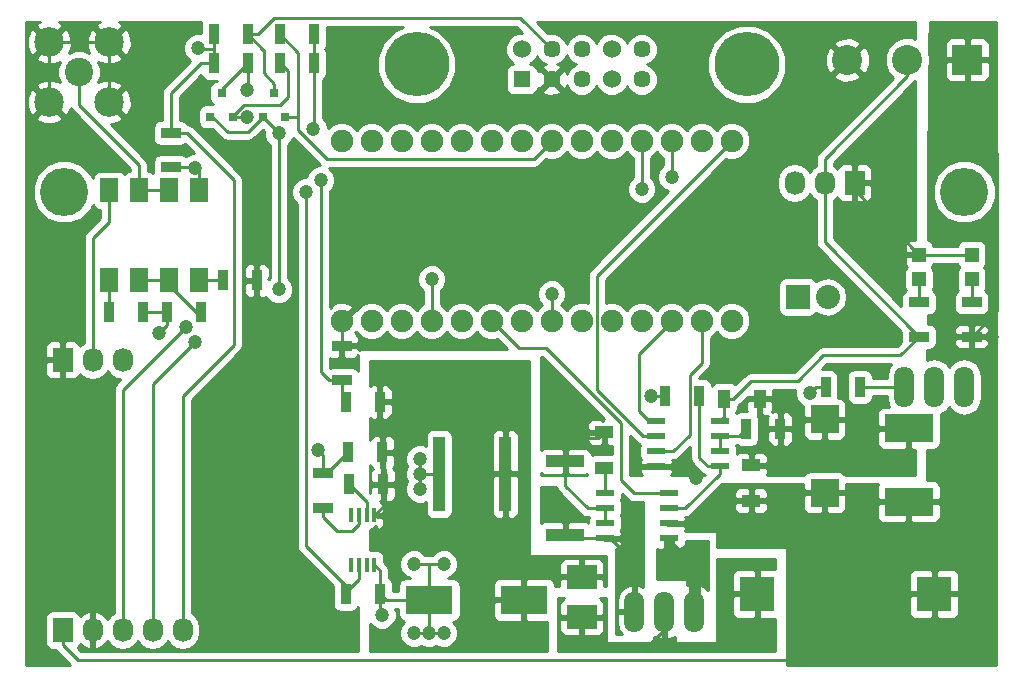
<source format=gtl>
G04 #@! TF.FileFunction,Copper,L1,Top,Signal*
%FSLAX46Y46*%
G04 Gerber Fmt 4.6, Leading zero omitted, Abs format (unit mm)*
G04 Created by KiCad (PCBNEW 4.0.1-stable) date 2017-04-04 7:48:20 AM*
%MOMM*%
G01*
G04 APERTURE LIST*
%ADD10C,0.150000*%
%ADD11R,2.430000X2.370000*%
%ADD12R,4.130000X2.370000*%
%ADD13R,2.500000X2.000000*%
%ADD14R,1.198880X1.198880*%
%ADD15C,5.461000*%
%ADD16R,1.400000X1.400000*%
%ADD17C,1.524000*%
%ADD18C,1.450000*%
%ADD19C,2.400000*%
%ADD20C,2.500000*%
%ADD21R,1.700000X0.900000*%
%ADD22R,0.900000X1.700000*%
%ADD23R,3.200000X1.000000*%
%ADD24R,1.550000X0.600000*%
%ADD25R,2.540000X2.540000*%
%ADD26C,2.540000*%
%ADD27R,0.400000X1.200000*%
%ADD28R,1.524000X2.032000*%
%ADD29R,2.032000X2.032000*%
%ADD30O,2.032000X2.032000*%
%ADD31R,1.727200X2.032000*%
%ADD32O,1.727200X2.032000*%
%ADD33R,1.600000X1.000000*%
%ADD34R,1.000000X1.600000*%
%ADD35O,1.699260X3.500120*%
%ADD36R,4.000500X2.400300*%
%ADD37R,2.999740X2.999740*%
%ADD38R,1.000000X6.350000*%
%ADD39C,1.900000*%
%ADD40C,4.064000*%
%ADD41R,0.800100X0.800100*%
%ADD42C,1.200000*%
%ADD43C,0.254000*%
G04 APERTURE END LIST*
D10*
D11*
X84709000Y-49712000D03*
X84709000Y-55952000D03*
D12*
X91821000Y-50474000D03*
X91821000Y-56714000D03*
D13*
X64135000Y-66470000D03*
X64135000Y-63070000D03*
D14*
X92710000Y-37879020D03*
X92710000Y-35780980D03*
X97155000Y-37879020D03*
X97155000Y-35780980D03*
D15*
X50165000Y-19685000D03*
X78105000Y-19685000D03*
D16*
X59055000Y-20955000D03*
D17*
X59055000Y-18415000D03*
D18*
X61595000Y-20955000D03*
X61595000Y-18415000D03*
X64135000Y-20955000D03*
X64135000Y-18415000D03*
D17*
X66675000Y-20955000D03*
X66675000Y-18415000D03*
D18*
X69215000Y-20955000D03*
X69215000Y-18415000D03*
D19*
X21590000Y-20320000D03*
D20*
X19050000Y-17780000D03*
X24130000Y-17780000D03*
X24130000Y-22860000D03*
X19050000Y-22860000D03*
D21*
X92710000Y-42725000D03*
X92710000Y-39825000D03*
X97155000Y-42725000D03*
X97155000Y-39825000D03*
D22*
X41455000Y-19558000D03*
X38555000Y-19558000D03*
X41455000Y-17145000D03*
X38555000Y-17145000D03*
D23*
X62738000Y-59488000D03*
X62738000Y-53288000D03*
D22*
X78052000Y-50546000D03*
X80952000Y-50546000D03*
X44143000Y-48260000D03*
X47043000Y-48260000D03*
D21*
X43815000Y-43508000D03*
X43815000Y-46408000D03*
D22*
X29030000Y-40640000D03*
X31930000Y-40640000D03*
X36629000Y-37973000D03*
X33729000Y-37973000D03*
X24077000Y-40640000D03*
X26977000Y-40640000D03*
X47322400Y-55219600D03*
X44422400Y-55219600D03*
X44371600Y-52527200D03*
X47271600Y-52527200D03*
X47068400Y-64541400D03*
X44168400Y-64541400D03*
D21*
X42240200Y-57203000D03*
X42240200Y-54303000D03*
X29337000Y-25474000D03*
X29337000Y-28374000D03*
D24*
X71534000Y-59817000D03*
X71534000Y-58547000D03*
X71534000Y-57277000D03*
X71534000Y-56007000D03*
X66134000Y-56007000D03*
X66134000Y-57277000D03*
X66134000Y-58547000D03*
X66134000Y-59817000D03*
X70452000Y-49911000D03*
X70452000Y-51181000D03*
X70452000Y-52451000D03*
X70452000Y-53721000D03*
X75852000Y-53721000D03*
X75852000Y-52451000D03*
X75852000Y-51181000D03*
X75852000Y-49911000D03*
D25*
X96774000Y-19304000D03*
D26*
X91694000Y-19304000D03*
X86614000Y-19304000D03*
D27*
X46593400Y-57844000D03*
X45943400Y-57844000D03*
X45293400Y-57844000D03*
X44643400Y-57844000D03*
X44643400Y-62044000D03*
X45293400Y-62044000D03*
X45943400Y-62044000D03*
X46593400Y-62044000D03*
D28*
X24130000Y-37973000D03*
X26670000Y-37973000D03*
X29210000Y-37973000D03*
X31750000Y-37973000D03*
X31750000Y-30353000D03*
X29210000Y-30353000D03*
X26670000Y-30353000D03*
X24130000Y-30353000D03*
D29*
X82423000Y-39370000D03*
D30*
X84963000Y-39370000D03*
D31*
X87249000Y-29718000D03*
D32*
X84709000Y-29718000D03*
X82169000Y-29718000D03*
D22*
X32967000Y-19558000D03*
X35867000Y-19558000D03*
X32967000Y-17145000D03*
X35867000Y-17145000D03*
D33*
X66040000Y-53824000D03*
X66040000Y-50824000D03*
D34*
X79224000Y-48006000D03*
X76224000Y-48006000D03*
D33*
X78486000Y-56618000D03*
X78486000Y-53618000D03*
D22*
X71194000Y-47752000D03*
X74094000Y-47752000D03*
D35*
X71120000Y-66040000D03*
X73660000Y-66040000D03*
X68580000Y-66040000D03*
X93980000Y-46990000D03*
X91440000Y-46990000D03*
X96520000Y-46990000D03*
D36*
X59245500Y-65024000D03*
X51244500Y-65024000D03*
D37*
X78987000Y-64516000D03*
X93987000Y-64516000D03*
D31*
X20193000Y-67564000D03*
D32*
X22733000Y-67564000D03*
X25273000Y-67564000D03*
X27813000Y-67564000D03*
X30353000Y-67564000D03*
D31*
X20193000Y-44704000D03*
D32*
X22733000Y-44704000D03*
X25273000Y-44704000D03*
D22*
X87683000Y-46990000D03*
X84783000Y-46990000D03*
D38*
X57664000Y-54356000D03*
X52064000Y-54356000D03*
D39*
X46355000Y-41402000D03*
X48895000Y-41402000D03*
X51435000Y-41402000D03*
X53975000Y-41402000D03*
X56515000Y-41402000D03*
X59055000Y-41402000D03*
X61595000Y-41402000D03*
X64135000Y-41402000D03*
X66675000Y-41402000D03*
X69215000Y-41402000D03*
X71755000Y-41402000D03*
X74295000Y-41402000D03*
X76835000Y-41402000D03*
X76835000Y-26162000D03*
X74295000Y-26162000D03*
X71755000Y-26162000D03*
X69215000Y-26162000D03*
X66675000Y-26162000D03*
X64135000Y-26162000D03*
X61595000Y-26162000D03*
X59055000Y-26162000D03*
X56515000Y-26162000D03*
X53975000Y-26162000D03*
X51435000Y-26162000D03*
X48895000Y-26162000D03*
X46355000Y-26162000D03*
X43815000Y-26162000D03*
X43815000Y-41402000D03*
D40*
X20320000Y-30480000D03*
X96520000Y-30480000D03*
D41*
X32705000Y-24114760D03*
X34605000Y-24114760D03*
X33655000Y-22115780D03*
X37150000Y-24114760D03*
X39050000Y-24114760D03*
X38100000Y-22115780D03*
D42*
X50419000Y-54356000D03*
X50419000Y-55626000D03*
X50419000Y-53086000D03*
X87757000Y-50546000D03*
X51181000Y-67818000D03*
X49911000Y-67818000D03*
X52451000Y-67818000D03*
X52451000Y-61976000D03*
X49911000Y-61976000D03*
X73787000Y-54737000D03*
X64262000Y-51308000D03*
X62738000Y-51308000D03*
X64262000Y-49784000D03*
X61214000Y-51308000D03*
X61214000Y-49784000D03*
X62738000Y-49784000D03*
X47244000Y-66294000D03*
X31623000Y-18288000D03*
X98907600Y-42748200D03*
X57785000Y-48006000D03*
X69977000Y-47752000D03*
X51435000Y-37846000D03*
X83439000Y-47498000D03*
X31369000Y-28448000D03*
X71755000Y-29210000D03*
X42037000Y-29464000D03*
X41783000Y-52324000D03*
X35814000Y-21844000D03*
X30607000Y-41910000D03*
X61595000Y-39116000D03*
X31369000Y-43180000D03*
X35814000Y-24130000D03*
X38481000Y-25527000D03*
X41402000Y-25146000D03*
X38481000Y-38735000D03*
X28321000Y-42418000D03*
X69215000Y-30226000D03*
X40767000Y-30480000D03*
D43*
X50419000Y-54356000D02*
X50419000Y-55626000D01*
X50419000Y-53086000D02*
X50419000Y-54356000D01*
X50419000Y-54356000D02*
X52064000Y-54356000D01*
X92710000Y-35780980D02*
X97155000Y-35780980D01*
X87249000Y-29718000D02*
X87249000Y-30319980D01*
X87249000Y-30319980D02*
X92710000Y-35780980D01*
X43815000Y-43508000D02*
X43815000Y-41402000D01*
X91821000Y-50474000D02*
X87829000Y-50474000D01*
X87829000Y-50474000D02*
X87757000Y-50546000D01*
X51181000Y-67818000D02*
X49911000Y-67818000D01*
X51181000Y-67818000D02*
X52451000Y-67818000D01*
X51244500Y-67754500D02*
X51181000Y-67818000D01*
X51244500Y-65024000D02*
X51244500Y-67754500D01*
X51181000Y-61976000D02*
X52451000Y-61976000D01*
X49911000Y-61976000D02*
X51181000Y-61976000D01*
X51244500Y-62039500D02*
X51181000Y-61976000D01*
X51244500Y-62039500D02*
X51244500Y-65024000D01*
X51244500Y-65024000D02*
X47551000Y-65024000D01*
X47551000Y-65024000D02*
X47068400Y-64541400D01*
X51612800Y-65735200D02*
X51562000Y-65786000D01*
X70452000Y-53721000D02*
X72771000Y-53721000D01*
X72771000Y-53721000D02*
X73787000Y-54737000D01*
X64262000Y-51308000D02*
X65556000Y-51308000D01*
X65556000Y-51308000D02*
X66040000Y-50824000D01*
X66134000Y-57277000D02*
X64643000Y-57277000D01*
X62738000Y-55372000D02*
X62738000Y-53288000D01*
X64643000Y-57277000D02*
X62738000Y-55372000D01*
X66134000Y-58547000D02*
X66134000Y-57277000D01*
X64262000Y-49784000D02*
X64262000Y-51308000D01*
X64262000Y-51308000D02*
X62738000Y-51308000D01*
X62738000Y-51308000D02*
X62738000Y-53288000D01*
X61214000Y-49784000D02*
X61214000Y-51308000D01*
X61214000Y-51308000D02*
X62738000Y-51308000D01*
X62738000Y-51308000D02*
X62738000Y-49784000D01*
X86614000Y-19304000D02*
X86614000Y-19685000D01*
X47068400Y-64541400D02*
X47068400Y-66118400D01*
X47068400Y-66118400D02*
X47244000Y-66294000D01*
X47068400Y-64541400D02*
X47068400Y-64844000D01*
X47068400Y-64541400D02*
X47068400Y-62519000D01*
X47068400Y-62519000D02*
X46593400Y-62044000D01*
X24130000Y-17780000D02*
X24130000Y-22860000D01*
X19050000Y-17780000D02*
X19050000Y-22860000D01*
X19050000Y-17780000D02*
X24130000Y-17780000D01*
X86614000Y-19304000D02*
X87706200Y-19304000D01*
X92489020Y-35560000D02*
X92710000Y-35780980D01*
X84709000Y-29718000D02*
X84709000Y-34724000D01*
X84709000Y-34724000D02*
X92710000Y-42725000D01*
X91694000Y-19304000D02*
X91694000Y-20701000D01*
X84709000Y-27686000D02*
X84709000Y-29718000D01*
X91694000Y-20701000D02*
X84709000Y-27686000D01*
X30353000Y-67564000D02*
X30353000Y-47752000D01*
X30681000Y-25474000D02*
X29337000Y-25474000D01*
X34671000Y-29464000D02*
X30681000Y-25474000D01*
X34671000Y-43434000D02*
X34671000Y-29464000D01*
X30353000Y-47752000D02*
X34671000Y-43434000D01*
X31750000Y-18415000D02*
X32967000Y-18415000D01*
X31623000Y-18288000D02*
X31750000Y-18415000D01*
X32967000Y-19558000D02*
X31877000Y-19558000D01*
X29337000Y-22098000D02*
X29337000Y-25474000D01*
X31877000Y-19558000D02*
X29337000Y-22098000D01*
X32967000Y-19558000D02*
X32967000Y-18415000D01*
X32967000Y-18415000D02*
X32967000Y-17145000D01*
X76224000Y-48006000D02*
X76962000Y-48006000D01*
X91112000Y-44323000D02*
X92710000Y-42725000D01*
X84582000Y-44323000D02*
X91112000Y-44323000D01*
X82423000Y-46482000D02*
X84582000Y-44323000D01*
X78486000Y-46482000D02*
X82423000Y-46482000D01*
X76962000Y-48006000D02*
X78486000Y-46482000D01*
X76224000Y-48006000D02*
X76224000Y-47982000D01*
X76224000Y-48006000D02*
X76224000Y-49539000D01*
X76224000Y-49539000D02*
X75852000Y-49911000D01*
X92710000Y-42725000D02*
X92072800Y-42725000D01*
X66134000Y-56007000D02*
X66134000Y-53918000D01*
X66134000Y-53918000D02*
X66040000Y-53824000D01*
X98884400Y-42725000D02*
X97155000Y-42725000D01*
X98884400Y-42725000D02*
X98907600Y-42748200D01*
X20193000Y-67564000D02*
X20193000Y-68834000D01*
X93987000Y-68700000D02*
X93987000Y-64516000D01*
X92583000Y-70104000D02*
X93987000Y-68700000D01*
X21463000Y-70104000D02*
X92583000Y-70104000D01*
X20193000Y-68834000D02*
X21463000Y-70104000D01*
X96774000Y-19304000D02*
X96774000Y-24638000D01*
X96774000Y-24638000D02*
X99314000Y-27178000D01*
X99314000Y-27178000D02*
X99314000Y-40566000D01*
X99314000Y-40566000D02*
X97155000Y-42725000D01*
X71194000Y-47752000D02*
X69977000Y-47752000D01*
X57664000Y-48127000D02*
X57664000Y-54356000D01*
X57785000Y-48006000D02*
X57664000Y-48127000D01*
X58039000Y-53981000D02*
X57664000Y-54356000D01*
X47244000Y-52499600D02*
X47271600Y-52527200D01*
X47322400Y-55219600D02*
X47322400Y-52578000D01*
X47322400Y-52578000D02*
X47271600Y-52527200D01*
X47322400Y-55219600D02*
X47322400Y-57115000D01*
X47322400Y-57115000D02*
X46593400Y-57844000D01*
X71120000Y-67564000D02*
X69596000Y-69088000D01*
X69596000Y-69088000D02*
X66753000Y-69088000D01*
X71120000Y-66040000D02*
X71120000Y-67437000D01*
X71120000Y-66040000D02*
X71120000Y-67564000D01*
X71120000Y-66040000D02*
X71120000Y-65468500D01*
X51435000Y-37846000D02*
X51435000Y-41402000D01*
X71534000Y-56007000D02*
X68580000Y-56007000D01*
X58801000Y-43688000D02*
X56515000Y-41402000D01*
X61087000Y-43688000D02*
X58801000Y-43688000D01*
X67437000Y-50038000D02*
X61087000Y-43688000D01*
X67437000Y-54864000D02*
X67437000Y-50038000D01*
X68580000Y-56007000D02*
X67437000Y-54864000D01*
X83439000Y-47498000D02*
X83947000Y-46990000D01*
X83947000Y-46990000D02*
X84783000Y-46990000D01*
X70452000Y-49911000D02*
X69850000Y-49911000D01*
X69850000Y-49911000D02*
X68961000Y-49022000D01*
X68961000Y-49022000D02*
X68961000Y-44196000D01*
X68961000Y-44196000D02*
X71755000Y-41402000D01*
X74295000Y-41402000D02*
X74295000Y-44958000D01*
X71882000Y-52451000D02*
X70452000Y-52451000D01*
X73279000Y-51054000D02*
X71882000Y-52451000D01*
X73279000Y-45974000D02*
X73279000Y-51054000D01*
X74295000Y-44958000D02*
X73279000Y-45974000D01*
X70452000Y-51181000D02*
X69342000Y-51181000D01*
X65405000Y-37592000D02*
X76835000Y-26162000D01*
X65405000Y-47244000D02*
X65405000Y-37592000D01*
X69342000Y-51181000D02*
X65405000Y-47244000D01*
X70452000Y-51181000D02*
X69723000Y-51181000D01*
X31750000Y-30353000D02*
X31750000Y-28829000D01*
X31750000Y-28829000D02*
X31369000Y-28448000D01*
X29337000Y-28374000D02*
X31295000Y-28374000D01*
X31295000Y-28374000D02*
X31369000Y-28448000D01*
X43815000Y-46408000D02*
X42725000Y-46408000D01*
X71755000Y-29210000D02*
X71755000Y-26162000D01*
X42037000Y-45720000D02*
X42037000Y-29464000D01*
X42725000Y-46408000D02*
X42037000Y-45720000D01*
X43815000Y-46408000D02*
X43815000Y-47932000D01*
X43815000Y-47932000D02*
X44143000Y-48260000D01*
X26670000Y-37973000D02*
X29210000Y-37973000D01*
X29210000Y-37973000D02*
X29210000Y-38354000D01*
X29210000Y-38354000D02*
X31496000Y-40640000D01*
X31496000Y-40640000D02*
X31930000Y-40640000D01*
X26797000Y-38608000D02*
X27231000Y-38608000D01*
X21590000Y-20320000D02*
X21590000Y-23114000D01*
X26670000Y-28194000D02*
X26670000Y-30353000D01*
X21590000Y-23114000D02*
X26670000Y-28194000D01*
X29210000Y-30353000D02*
X26670000Y-30353000D01*
X71534000Y-59817000D02*
X71534000Y-59977000D01*
X71534000Y-59977000D02*
X73660000Y-62103000D01*
X71534000Y-59817000D02*
X71882000Y-59817000D01*
X66134000Y-59817000D02*
X66548000Y-59817000D01*
X66548000Y-59817000D02*
X68580000Y-61849000D01*
X66134000Y-59817000D02*
X63067000Y-59817000D01*
X63067000Y-59817000D02*
X62738000Y-59488000D01*
X68453000Y-65913000D02*
X68580000Y-66040000D01*
X75852000Y-51181000D02*
X77417000Y-51181000D01*
X77417000Y-51181000D02*
X78052000Y-50546000D01*
X75852000Y-52451000D02*
X75852000Y-51181000D01*
X31750000Y-37973000D02*
X33729000Y-37973000D01*
X24077000Y-40640000D02*
X24077000Y-38026000D01*
X24077000Y-38026000D02*
X24130000Y-37973000D01*
X45943400Y-57844000D02*
X45943400Y-56740600D01*
X45943400Y-56740600D02*
X44422400Y-55219600D01*
X42240200Y-52781200D02*
X42240200Y-54303000D01*
X41783000Y-52324000D02*
X42240200Y-52781200D01*
X42240200Y-54303000D02*
X42595800Y-54303000D01*
X42595800Y-54303000D02*
X44371600Y-52527200D01*
X42240200Y-54051200D02*
X42240200Y-54303000D01*
X43434000Y-59182000D02*
X44729400Y-59182000D01*
X44729400Y-59182000D02*
X45293400Y-58618000D01*
X42240200Y-57203000D02*
X42240200Y-57988200D01*
X42240200Y-57988200D02*
X43434000Y-59182000D01*
X45293400Y-58618000D02*
X45293400Y-57844000D01*
X93980000Y-46990000D02*
X93980000Y-46228000D01*
X92710000Y-37879020D02*
X92710000Y-39825000D01*
X97155000Y-37879020D02*
X97155000Y-39825000D01*
X24130000Y-30353000D02*
X24130000Y-33020000D01*
X22733000Y-34417000D02*
X22733000Y-44577000D01*
X24130000Y-33020000D02*
X22733000Y-34417000D01*
X22606000Y-44577000D02*
X22733000Y-44704000D01*
X74094000Y-47752000D02*
X74094000Y-53012000D01*
X74803000Y-53721000D02*
X75852000Y-53721000D01*
X74094000Y-53012000D02*
X74803000Y-53721000D01*
X71534000Y-57277000D02*
X72898000Y-57277000D01*
X75852000Y-54323000D02*
X75852000Y-53721000D01*
X72898000Y-57277000D02*
X75852000Y-54323000D01*
X87683000Y-46990000D02*
X91440000Y-46990000D01*
X35867000Y-21791000D02*
X35814000Y-21844000D01*
X35867000Y-21791000D02*
X35867000Y-19558000D01*
X33655000Y-22115780D02*
X33655000Y-21770000D01*
X33655000Y-21770000D02*
X35867000Y-19558000D01*
X35867000Y-19759000D02*
X35867000Y-19558000D01*
X35867000Y-17145000D02*
X36703000Y-17145000D01*
X58928000Y-15748000D02*
X61595000Y-18415000D01*
X38100000Y-15748000D02*
X58928000Y-15748000D01*
X36703000Y-17145000D02*
X38100000Y-15748000D01*
X37174000Y-18452000D02*
X37211000Y-18489000D01*
X38100000Y-22115780D02*
X38100000Y-21336000D01*
X37174000Y-18452000D02*
X35867000Y-17145000D01*
X37211000Y-20447000D02*
X37211000Y-18489000D01*
X38100000Y-21336000D02*
X37211000Y-20447000D01*
X35867000Y-17145000D02*
X35867000Y-17452000D01*
X66675000Y-18415000D02*
X66802000Y-18415000D01*
X25273000Y-47244000D02*
X30607000Y-41910000D01*
X25273000Y-67564000D02*
X25273000Y-47244000D01*
X61595000Y-39116000D02*
X61595000Y-41402000D01*
X27813000Y-67564000D02*
X27813000Y-46736000D01*
X27813000Y-46736000D02*
X31369000Y-43180000D01*
X27813000Y-67564000D02*
X27559000Y-67564000D01*
X34605000Y-24114760D02*
X34605000Y-24069000D01*
X34605000Y-24069000D02*
X35560000Y-23114000D01*
X39243000Y-20246000D02*
X38555000Y-19558000D01*
X39243000Y-22479000D02*
X39243000Y-20246000D01*
X38608000Y-23114000D02*
X39243000Y-22479000D01*
X35560000Y-23114000D02*
X38608000Y-23114000D01*
X38555000Y-19611000D02*
X38555000Y-19558000D01*
X34605000Y-24114760D02*
X35798760Y-24114760D01*
X35798760Y-24114760D02*
X35814000Y-24130000D01*
X41455000Y-19558000D02*
X41455000Y-25093000D01*
X38481000Y-25527000D02*
X38481000Y-25445760D01*
X41455000Y-25093000D02*
X41402000Y-25146000D01*
X32705000Y-24114760D02*
X32877760Y-24114760D01*
X32877760Y-24114760D02*
X34163000Y-25400000D01*
X34163000Y-25400000D02*
X35864760Y-25400000D01*
X35864760Y-25400000D02*
X37150000Y-24114760D01*
X38481000Y-27559000D02*
X38481000Y-25445760D01*
X38481000Y-38735000D02*
X38481000Y-27559000D01*
X29030000Y-40640000D02*
X29030000Y-41709000D01*
X29030000Y-41709000D02*
X28321000Y-42418000D01*
X38481000Y-25445760D02*
X37150000Y-24114760D01*
X29030000Y-40640000D02*
X26977000Y-40640000D01*
X41455000Y-17145000D02*
X41455000Y-19558000D01*
X39050000Y-24114760D02*
X40132000Y-24114760D01*
X40132000Y-24114760D02*
X40132000Y-24130000D01*
X40132000Y-23622000D02*
X40132000Y-24130000D01*
X40132000Y-24130000D02*
X40132000Y-25273000D01*
X60071000Y-27686000D02*
X61595000Y-26162000D01*
X42545000Y-27686000D02*
X60071000Y-27686000D01*
X40132000Y-25273000D02*
X42545000Y-27686000D01*
X40132000Y-23622000D02*
X40132000Y-18722000D01*
X40132000Y-18722000D02*
X38555000Y-17145000D01*
X44168400Y-64541400D02*
X44168400Y-63853400D01*
X44168400Y-63853400D02*
X40767000Y-60452000D01*
X69215000Y-30226000D02*
X69215000Y-26162000D01*
X40767000Y-60452000D02*
X40767000Y-30480000D01*
X43967400Y-64541400D02*
X44168400Y-64541400D01*
X44168400Y-64541400D02*
X44168400Y-64340400D01*
X44168400Y-64340400D02*
X45293400Y-63215400D01*
X45293400Y-63215400D02*
X45293400Y-62044000D01*
G36*
X99250500Y-70548500D02*
X81534000Y-70548500D01*
X81534000Y-64801750D01*
X91852130Y-64801750D01*
X91852130Y-66142180D01*
X91948803Y-66375569D01*
X92127432Y-66554197D01*
X92360821Y-66650870D01*
X93701250Y-66650870D01*
X93860000Y-66492120D01*
X93860000Y-64643000D01*
X94114000Y-64643000D01*
X94114000Y-66492120D01*
X94272750Y-66650870D01*
X95613179Y-66650870D01*
X95846568Y-66554197D01*
X96025197Y-66375569D01*
X96121870Y-66142180D01*
X96121870Y-64801750D01*
X95963120Y-64643000D01*
X94114000Y-64643000D01*
X93860000Y-64643000D01*
X92010880Y-64643000D01*
X91852130Y-64801750D01*
X81534000Y-64801750D01*
X81534000Y-62889820D01*
X91852130Y-62889820D01*
X91852130Y-64230250D01*
X92010880Y-64389000D01*
X93860000Y-64389000D01*
X93860000Y-62539880D01*
X94114000Y-62539880D01*
X94114000Y-64389000D01*
X95963120Y-64389000D01*
X96121870Y-64230250D01*
X96121870Y-62889820D01*
X96025197Y-62656431D01*
X95846568Y-62477803D01*
X95613179Y-62381130D01*
X94272750Y-62381130D01*
X94114000Y-62539880D01*
X93860000Y-62539880D01*
X93701250Y-62381130D01*
X92360821Y-62381130D01*
X92127432Y-62477803D01*
X91948803Y-62656431D01*
X91852130Y-62889820D01*
X81534000Y-62889820D01*
X81534000Y-60706000D01*
X81523994Y-60656590D01*
X81495553Y-60614965D01*
X81453159Y-60587685D01*
X81407000Y-60579000D01*
X75565000Y-60579000D01*
X75565000Y-59309000D01*
X75554994Y-59259590D01*
X75526553Y-59217965D01*
X75484159Y-59190685D01*
X75438000Y-59182000D01*
X72857558Y-59182000D01*
X72944000Y-58973310D01*
X72944000Y-58832750D01*
X72785250Y-58674000D01*
X71661000Y-58674000D01*
X71661000Y-58694000D01*
X71407000Y-58694000D01*
X71407000Y-58674000D01*
X71387000Y-58674000D01*
X71387000Y-58420000D01*
X71407000Y-58420000D01*
X71407000Y-58400000D01*
X71661000Y-58400000D01*
X71661000Y-58420000D01*
X72785250Y-58420000D01*
X72944000Y-58261250D01*
X72944000Y-58120690D01*
X72909237Y-58036765D01*
X73189605Y-57980996D01*
X73436815Y-57815815D01*
X74348880Y-56903750D01*
X77051000Y-56903750D01*
X77051000Y-57244309D01*
X77147673Y-57477698D01*
X77326301Y-57656327D01*
X77559690Y-57753000D01*
X78200250Y-57753000D01*
X78359000Y-57594250D01*
X78359000Y-56745000D01*
X78613000Y-56745000D01*
X78613000Y-57594250D01*
X78771750Y-57753000D01*
X79412310Y-57753000D01*
X79645699Y-57656327D01*
X79824327Y-57477698D01*
X79921000Y-57244309D01*
X79921000Y-56903750D01*
X79762250Y-56745000D01*
X78613000Y-56745000D01*
X78359000Y-56745000D01*
X77209750Y-56745000D01*
X77051000Y-56903750D01*
X74348880Y-56903750D01*
X75260939Y-55991691D01*
X77051000Y-55991691D01*
X77051000Y-56332250D01*
X77209750Y-56491000D01*
X78359000Y-56491000D01*
X78359000Y-55641750D01*
X78613000Y-55641750D01*
X78613000Y-56491000D01*
X79762250Y-56491000D01*
X79921000Y-56332250D01*
X79921000Y-56237750D01*
X82859000Y-56237750D01*
X82859000Y-57263309D01*
X82955673Y-57496698D01*
X83134301Y-57675327D01*
X83367690Y-57772000D01*
X84423250Y-57772000D01*
X84582000Y-57613250D01*
X84582000Y-56079000D01*
X84836000Y-56079000D01*
X84836000Y-57613250D01*
X84994750Y-57772000D01*
X86050310Y-57772000D01*
X86283699Y-57675327D01*
X86462327Y-57496698D01*
X86559000Y-57263309D01*
X86559000Y-56999750D01*
X89121000Y-56999750D01*
X89121000Y-58025309D01*
X89217673Y-58258698D01*
X89396301Y-58437327D01*
X89629690Y-58534000D01*
X91535250Y-58534000D01*
X91694000Y-58375250D01*
X91694000Y-56841000D01*
X91948000Y-56841000D01*
X91948000Y-58375250D01*
X92106750Y-58534000D01*
X94012310Y-58534000D01*
X94245699Y-58437327D01*
X94424327Y-58258698D01*
X94521000Y-58025309D01*
X94521000Y-56999750D01*
X94362250Y-56841000D01*
X91948000Y-56841000D01*
X91694000Y-56841000D01*
X89279750Y-56841000D01*
X89121000Y-56999750D01*
X86559000Y-56999750D01*
X86559000Y-56237750D01*
X86400250Y-56079000D01*
X84836000Y-56079000D01*
X84582000Y-56079000D01*
X83017750Y-56079000D01*
X82859000Y-56237750D01*
X79921000Y-56237750D01*
X79921000Y-55991691D01*
X79824327Y-55758302D01*
X79645699Y-55579673D01*
X79412310Y-55483000D01*
X78771750Y-55483000D01*
X78613000Y-55641750D01*
X78359000Y-55641750D01*
X78200250Y-55483000D01*
X77559690Y-55483000D01*
X77326301Y-55579673D01*
X77147673Y-55758302D01*
X77051000Y-55991691D01*
X75260939Y-55991691D01*
X76007630Y-55245000D01*
X82859000Y-55245000D01*
X82859000Y-55666250D01*
X83017750Y-55825000D01*
X84582000Y-55825000D01*
X84582000Y-55805000D01*
X84836000Y-55805000D01*
X84836000Y-55825000D01*
X86400250Y-55825000D01*
X86559000Y-55666250D01*
X86559000Y-55245000D01*
X89186318Y-55245000D01*
X89121000Y-55402691D01*
X89121000Y-56428250D01*
X89279750Y-56587000D01*
X91694000Y-56587000D01*
X91694000Y-56567000D01*
X91948000Y-56567000D01*
X91948000Y-56587000D01*
X94362250Y-56587000D01*
X94521000Y-56428250D01*
X94521000Y-55402691D01*
X94424327Y-55169302D01*
X94245699Y-54990673D01*
X94012310Y-54894000D01*
X93346438Y-54894000D01*
X93363025Y-52306440D01*
X93886000Y-52306440D01*
X94121317Y-52262162D01*
X94337441Y-52123090D01*
X94482431Y-51910890D01*
X94533440Y-51659000D01*
X94533440Y-49311700D01*
X94548143Y-49308775D01*
X95029792Y-48986948D01*
X95250000Y-48657383D01*
X95470208Y-48986948D01*
X95951857Y-49308775D01*
X96520000Y-49421786D01*
X97088143Y-49308775D01*
X97569792Y-48986948D01*
X97891619Y-48505299D01*
X98004630Y-47937156D01*
X98004630Y-46042844D01*
X97891619Y-45474701D01*
X97569792Y-44993052D01*
X97088143Y-44671225D01*
X96520000Y-44558214D01*
X95951857Y-44671225D01*
X95470208Y-44993052D01*
X95250000Y-45322617D01*
X95029792Y-44993052D01*
X94548143Y-44671225D01*
X93980000Y-44558214D01*
X93411969Y-44671203D01*
X93417410Y-43822440D01*
X93560000Y-43822440D01*
X93795317Y-43778162D01*
X94011441Y-43639090D01*
X94156431Y-43426890D01*
X94207440Y-43175000D01*
X94207440Y-43010750D01*
X95670000Y-43010750D01*
X95670000Y-43301309D01*
X95766673Y-43534698D01*
X95945301Y-43713327D01*
X96178690Y-43810000D01*
X96869250Y-43810000D01*
X97028000Y-43651250D01*
X97028000Y-42852000D01*
X97282000Y-42852000D01*
X97282000Y-43651250D01*
X97440750Y-43810000D01*
X98131310Y-43810000D01*
X98364699Y-43713327D01*
X98543327Y-43534698D01*
X98640000Y-43301309D01*
X98640000Y-43010750D01*
X98481250Y-42852000D01*
X97282000Y-42852000D01*
X97028000Y-42852000D01*
X95828750Y-42852000D01*
X95670000Y-43010750D01*
X94207440Y-43010750D01*
X94207440Y-42275000D01*
X94183674Y-42148691D01*
X95670000Y-42148691D01*
X95670000Y-42439250D01*
X95828750Y-42598000D01*
X97028000Y-42598000D01*
X97028000Y-41798750D01*
X97282000Y-41798750D01*
X97282000Y-42598000D01*
X98481250Y-42598000D01*
X98640000Y-42439250D01*
X98640000Y-42148691D01*
X98543327Y-41915302D01*
X98364699Y-41736673D01*
X98131310Y-41640000D01*
X97440750Y-41640000D01*
X97282000Y-41798750D01*
X97028000Y-41798750D01*
X96869250Y-41640000D01*
X96178690Y-41640000D01*
X95945301Y-41736673D01*
X95766673Y-41915302D01*
X95670000Y-42148691D01*
X94183674Y-42148691D01*
X94163162Y-42039683D01*
X94024090Y-41823559D01*
X93811890Y-41678569D01*
X93560000Y-41627560D01*
X93431479Y-41627560D01*
X93435999Y-40922440D01*
X93560000Y-40922440D01*
X93795317Y-40878162D01*
X94011441Y-40739090D01*
X94156431Y-40526890D01*
X94207440Y-40275000D01*
X94207440Y-39375000D01*
X94163162Y-39139683D01*
X94024090Y-38923559D01*
X93853499Y-38806999D01*
X93905871Y-38730350D01*
X93956880Y-38478460D01*
X93956880Y-37279580D01*
X93912602Y-37044263D01*
X93773530Y-36828139D01*
X93772533Y-36827457D01*
X93905871Y-36632310D01*
X93923961Y-36542980D01*
X95938708Y-36542980D01*
X95952398Y-36615737D01*
X96091470Y-36831861D01*
X96092467Y-36832543D01*
X95959129Y-37027690D01*
X95908120Y-37279580D01*
X95908120Y-38478460D01*
X95952398Y-38713777D01*
X96013163Y-38808208D01*
X95853559Y-38910910D01*
X95708569Y-39123110D01*
X95657560Y-39375000D01*
X95657560Y-40275000D01*
X95701838Y-40510317D01*
X95840910Y-40726441D01*
X96053110Y-40871431D01*
X96305000Y-40922440D01*
X98005000Y-40922440D01*
X98240317Y-40878162D01*
X98456441Y-40739090D01*
X98601431Y-40526890D01*
X98652440Y-40275000D01*
X98652440Y-39375000D01*
X98608162Y-39139683D01*
X98469090Y-38923559D01*
X98298499Y-38806999D01*
X98350871Y-38730350D01*
X98401880Y-38478460D01*
X98401880Y-37279580D01*
X98357602Y-37044263D01*
X98218530Y-36828139D01*
X98217533Y-36827457D01*
X98350871Y-36632310D01*
X98401880Y-36380420D01*
X98401880Y-35181540D01*
X98357602Y-34946223D01*
X98218530Y-34730099D01*
X98006330Y-34585109D01*
X97754440Y-34534100D01*
X96555560Y-34534100D01*
X96320243Y-34578378D01*
X96104119Y-34717450D01*
X95959129Y-34929650D01*
X95941039Y-35018980D01*
X93926292Y-35018980D01*
X93912602Y-34946223D01*
X93773530Y-34730099D01*
X93561330Y-34585109D01*
X93476733Y-34567978D01*
X93499552Y-31008172D01*
X93852538Y-31008172D01*
X94257709Y-31988761D01*
X95007293Y-32739655D01*
X95987173Y-33146536D01*
X97048172Y-33147462D01*
X98028761Y-32742291D01*
X98779655Y-31992707D01*
X99186536Y-31012827D01*
X99187462Y-29951828D01*
X98782291Y-28971239D01*
X98032707Y-28220345D01*
X97052827Y-27813464D01*
X95991828Y-27812538D01*
X95011239Y-28217709D01*
X94260345Y-28967293D01*
X93853464Y-29947173D01*
X93852538Y-31008172D01*
X93499552Y-31008172D01*
X93571723Y-19749480D01*
X93598668Y-19684590D01*
X93598750Y-19589750D01*
X94869000Y-19589750D01*
X94869000Y-20700310D01*
X94965673Y-20933699D01*
X95144302Y-21112327D01*
X95377691Y-21209000D01*
X96488250Y-21209000D01*
X96647000Y-21050250D01*
X96647000Y-19431000D01*
X96901000Y-19431000D01*
X96901000Y-21050250D01*
X97059750Y-21209000D01*
X98170309Y-21209000D01*
X98403698Y-21112327D01*
X98582327Y-20933699D01*
X98679000Y-20700310D01*
X98679000Y-19589750D01*
X98520250Y-19431000D01*
X96901000Y-19431000D01*
X96647000Y-19431000D01*
X95027750Y-19431000D01*
X94869000Y-19589750D01*
X93598750Y-19589750D01*
X93599330Y-18926735D01*
X93577339Y-18873512D01*
X93583530Y-17907690D01*
X94869000Y-17907690D01*
X94869000Y-19018250D01*
X95027750Y-19177000D01*
X96647000Y-19177000D01*
X96647000Y-17557750D01*
X96901000Y-17557750D01*
X96901000Y-19177000D01*
X98520250Y-19177000D01*
X98679000Y-19018250D01*
X98679000Y-17907690D01*
X98582327Y-17674301D01*
X98403698Y-17495673D01*
X98170309Y-17399000D01*
X97059750Y-17399000D01*
X96901000Y-17557750D01*
X96647000Y-17557750D01*
X96488250Y-17399000D01*
X95377691Y-17399000D01*
X95144302Y-17495673D01*
X94965673Y-17674301D01*
X94869000Y-17907690D01*
X93583530Y-17907690D01*
X93595339Y-16065500D01*
X99250500Y-16065500D01*
X99250500Y-70548500D01*
X99250500Y-70548500D01*
G37*
X99250500Y-70548500D02*
X81534000Y-70548500D01*
X81534000Y-64801750D01*
X91852130Y-64801750D01*
X91852130Y-66142180D01*
X91948803Y-66375569D01*
X92127432Y-66554197D01*
X92360821Y-66650870D01*
X93701250Y-66650870D01*
X93860000Y-66492120D01*
X93860000Y-64643000D01*
X94114000Y-64643000D01*
X94114000Y-66492120D01*
X94272750Y-66650870D01*
X95613179Y-66650870D01*
X95846568Y-66554197D01*
X96025197Y-66375569D01*
X96121870Y-66142180D01*
X96121870Y-64801750D01*
X95963120Y-64643000D01*
X94114000Y-64643000D01*
X93860000Y-64643000D01*
X92010880Y-64643000D01*
X91852130Y-64801750D01*
X81534000Y-64801750D01*
X81534000Y-62889820D01*
X91852130Y-62889820D01*
X91852130Y-64230250D01*
X92010880Y-64389000D01*
X93860000Y-64389000D01*
X93860000Y-62539880D01*
X94114000Y-62539880D01*
X94114000Y-64389000D01*
X95963120Y-64389000D01*
X96121870Y-64230250D01*
X96121870Y-62889820D01*
X96025197Y-62656431D01*
X95846568Y-62477803D01*
X95613179Y-62381130D01*
X94272750Y-62381130D01*
X94114000Y-62539880D01*
X93860000Y-62539880D01*
X93701250Y-62381130D01*
X92360821Y-62381130D01*
X92127432Y-62477803D01*
X91948803Y-62656431D01*
X91852130Y-62889820D01*
X81534000Y-62889820D01*
X81534000Y-60706000D01*
X81523994Y-60656590D01*
X81495553Y-60614965D01*
X81453159Y-60587685D01*
X81407000Y-60579000D01*
X75565000Y-60579000D01*
X75565000Y-59309000D01*
X75554994Y-59259590D01*
X75526553Y-59217965D01*
X75484159Y-59190685D01*
X75438000Y-59182000D01*
X72857558Y-59182000D01*
X72944000Y-58973310D01*
X72944000Y-58832750D01*
X72785250Y-58674000D01*
X71661000Y-58674000D01*
X71661000Y-58694000D01*
X71407000Y-58694000D01*
X71407000Y-58674000D01*
X71387000Y-58674000D01*
X71387000Y-58420000D01*
X71407000Y-58420000D01*
X71407000Y-58400000D01*
X71661000Y-58400000D01*
X71661000Y-58420000D01*
X72785250Y-58420000D01*
X72944000Y-58261250D01*
X72944000Y-58120690D01*
X72909237Y-58036765D01*
X73189605Y-57980996D01*
X73436815Y-57815815D01*
X74348880Y-56903750D01*
X77051000Y-56903750D01*
X77051000Y-57244309D01*
X77147673Y-57477698D01*
X77326301Y-57656327D01*
X77559690Y-57753000D01*
X78200250Y-57753000D01*
X78359000Y-57594250D01*
X78359000Y-56745000D01*
X78613000Y-56745000D01*
X78613000Y-57594250D01*
X78771750Y-57753000D01*
X79412310Y-57753000D01*
X79645699Y-57656327D01*
X79824327Y-57477698D01*
X79921000Y-57244309D01*
X79921000Y-56903750D01*
X79762250Y-56745000D01*
X78613000Y-56745000D01*
X78359000Y-56745000D01*
X77209750Y-56745000D01*
X77051000Y-56903750D01*
X74348880Y-56903750D01*
X75260939Y-55991691D01*
X77051000Y-55991691D01*
X77051000Y-56332250D01*
X77209750Y-56491000D01*
X78359000Y-56491000D01*
X78359000Y-55641750D01*
X78613000Y-55641750D01*
X78613000Y-56491000D01*
X79762250Y-56491000D01*
X79921000Y-56332250D01*
X79921000Y-56237750D01*
X82859000Y-56237750D01*
X82859000Y-57263309D01*
X82955673Y-57496698D01*
X83134301Y-57675327D01*
X83367690Y-57772000D01*
X84423250Y-57772000D01*
X84582000Y-57613250D01*
X84582000Y-56079000D01*
X84836000Y-56079000D01*
X84836000Y-57613250D01*
X84994750Y-57772000D01*
X86050310Y-57772000D01*
X86283699Y-57675327D01*
X86462327Y-57496698D01*
X86559000Y-57263309D01*
X86559000Y-56999750D01*
X89121000Y-56999750D01*
X89121000Y-58025309D01*
X89217673Y-58258698D01*
X89396301Y-58437327D01*
X89629690Y-58534000D01*
X91535250Y-58534000D01*
X91694000Y-58375250D01*
X91694000Y-56841000D01*
X91948000Y-56841000D01*
X91948000Y-58375250D01*
X92106750Y-58534000D01*
X94012310Y-58534000D01*
X94245699Y-58437327D01*
X94424327Y-58258698D01*
X94521000Y-58025309D01*
X94521000Y-56999750D01*
X94362250Y-56841000D01*
X91948000Y-56841000D01*
X91694000Y-56841000D01*
X89279750Y-56841000D01*
X89121000Y-56999750D01*
X86559000Y-56999750D01*
X86559000Y-56237750D01*
X86400250Y-56079000D01*
X84836000Y-56079000D01*
X84582000Y-56079000D01*
X83017750Y-56079000D01*
X82859000Y-56237750D01*
X79921000Y-56237750D01*
X79921000Y-55991691D01*
X79824327Y-55758302D01*
X79645699Y-55579673D01*
X79412310Y-55483000D01*
X78771750Y-55483000D01*
X78613000Y-55641750D01*
X78359000Y-55641750D01*
X78200250Y-55483000D01*
X77559690Y-55483000D01*
X77326301Y-55579673D01*
X77147673Y-55758302D01*
X77051000Y-55991691D01*
X75260939Y-55991691D01*
X76007630Y-55245000D01*
X82859000Y-55245000D01*
X82859000Y-55666250D01*
X83017750Y-55825000D01*
X84582000Y-55825000D01*
X84582000Y-55805000D01*
X84836000Y-55805000D01*
X84836000Y-55825000D01*
X86400250Y-55825000D01*
X86559000Y-55666250D01*
X86559000Y-55245000D01*
X89186318Y-55245000D01*
X89121000Y-55402691D01*
X89121000Y-56428250D01*
X89279750Y-56587000D01*
X91694000Y-56587000D01*
X91694000Y-56567000D01*
X91948000Y-56567000D01*
X91948000Y-56587000D01*
X94362250Y-56587000D01*
X94521000Y-56428250D01*
X94521000Y-55402691D01*
X94424327Y-55169302D01*
X94245699Y-54990673D01*
X94012310Y-54894000D01*
X93346438Y-54894000D01*
X93363025Y-52306440D01*
X93886000Y-52306440D01*
X94121317Y-52262162D01*
X94337441Y-52123090D01*
X94482431Y-51910890D01*
X94533440Y-51659000D01*
X94533440Y-49311700D01*
X94548143Y-49308775D01*
X95029792Y-48986948D01*
X95250000Y-48657383D01*
X95470208Y-48986948D01*
X95951857Y-49308775D01*
X96520000Y-49421786D01*
X97088143Y-49308775D01*
X97569792Y-48986948D01*
X97891619Y-48505299D01*
X98004630Y-47937156D01*
X98004630Y-46042844D01*
X97891619Y-45474701D01*
X97569792Y-44993052D01*
X97088143Y-44671225D01*
X96520000Y-44558214D01*
X95951857Y-44671225D01*
X95470208Y-44993052D01*
X95250000Y-45322617D01*
X95029792Y-44993052D01*
X94548143Y-44671225D01*
X93980000Y-44558214D01*
X93411969Y-44671203D01*
X93417410Y-43822440D01*
X93560000Y-43822440D01*
X93795317Y-43778162D01*
X94011441Y-43639090D01*
X94156431Y-43426890D01*
X94207440Y-43175000D01*
X94207440Y-43010750D01*
X95670000Y-43010750D01*
X95670000Y-43301309D01*
X95766673Y-43534698D01*
X95945301Y-43713327D01*
X96178690Y-43810000D01*
X96869250Y-43810000D01*
X97028000Y-43651250D01*
X97028000Y-42852000D01*
X97282000Y-42852000D01*
X97282000Y-43651250D01*
X97440750Y-43810000D01*
X98131310Y-43810000D01*
X98364699Y-43713327D01*
X98543327Y-43534698D01*
X98640000Y-43301309D01*
X98640000Y-43010750D01*
X98481250Y-42852000D01*
X97282000Y-42852000D01*
X97028000Y-42852000D01*
X95828750Y-42852000D01*
X95670000Y-43010750D01*
X94207440Y-43010750D01*
X94207440Y-42275000D01*
X94183674Y-42148691D01*
X95670000Y-42148691D01*
X95670000Y-42439250D01*
X95828750Y-42598000D01*
X97028000Y-42598000D01*
X97028000Y-41798750D01*
X97282000Y-41798750D01*
X97282000Y-42598000D01*
X98481250Y-42598000D01*
X98640000Y-42439250D01*
X98640000Y-42148691D01*
X98543327Y-41915302D01*
X98364699Y-41736673D01*
X98131310Y-41640000D01*
X97440750Y-41640000D01*
X97282000Y-41798750D01*
X97028000Y-41798750D01*
X96869250Y-41640000D01*
X96178690Y-41640000D01*
X95945301Y-41736673D01*
X95766673Y-41915302D01*
X95670000Y-42148691D01*
X94183674Y-42148691D01*
X94163162Y-42039683D01*
X94024090Y-41823559D01*
X93811890Y-41678569D01*
X93560000Y-41627560D01*
X93431479Y-41627560D01*
X93435999Y-40922440D01*
X93560000Y-40922440D01*
X93795317Y-40878162D01*
X94011441Y-40739090D01*
X94156431Y-40526890D01*
X94207440Y-40275000D01*
X94207440Y-39375000D01*
X94163162Y-39139683D01*
X94024090Y-38923559D01*
X93853499Y-38806999D01*
X93905871Y-38730350D01*
X93956880Y-38478460D01*
X93956880Y-37279580D01*
X93912602Y-37044263D01*
X93773530Y-36828139D01*
X93772533Y-36827457D01*
X93905871Y-36632310D01*
X93923961Y-36542980D01*
X95938708Y-36542980D01*
X95952398Y-36615737D01*
X96091470Y-36831861D01*
X96092467Y-36832543D01*
X95959129Y-37027690D01*
X95908120Y-37279580D01*
X95908120Y-38478460D01*
X95952398Y-38713777D01*
X96013163Y-38808208D01*
X95853559Y-38910910D01*
X95708569Y-39123110D01*
X95657560Y-39375000D01*
X95657560Y-40275000D01*
X95701838Y-40510317D01*
X95840910Y-40726441D01*
X96053110Y-40871431D01*
X96305000Y-40922440D01*
X98005000Y-40922440D01*
X98240317Y-40878162D01*
X98456441Y-40739090D01*
X98601431Y-40526890D01*
X98652440Y-40275000D01*
X98652440Y-39375000D01*
X98608162Y-39139683D01*
X98469090Y-38923559D01*
X98298499Y-38806999D01*
X98350871Y-38730350D01*
X98401880Y-38478460D01*
X98401880Y-37279580D01*
X98357602Y-37044263D01*
X98218530Y-36828139D01*
X98217533Y-36827457D01*
X98350871Y-36632310D01*
X98401880Y-36380420D01*
X98401880Y-35181540D01*
X98357602Y-34946223D01*
X98218530Y-34730099D01*
X98006330Y-34585109D01*
X97754440Y-34534100D01*
X96555560Y-34534100D01*
X96320243Y-34578378D01*
X96104119Y-34717450D01*
X95959129Y-34929650D01*
X95941039Y-35018980D01*
X93926292Y-35018980D01*
X93912602Y-34946223D01*
X93773530Y-34730099D01*
X93561330Y-34585109D01*
X93476733Y-34567978D01*
X93499552Y-31008172D01*
X93852538Y-31008172D01*
X94257709Y-31988761D01*
X95007293Y-32739655D01*
X95987173Y-33146536D01*
X97048172Y-33147462D01*
X98028761Y-32742291D01*
X98779655Y-31992707D01*
X99186536Y-31012827D01*
X99187462Y-29951828D01*
X98782291Y-28971239D01*
X98032707Y-28220345D01*
X97052827Y-27813464D01*
X95991828Y-27812538D01*
X95011239Y-28217709D01*
X94260345Y-28967293D01*
X93853464Y-29947173D01*
X93852538Y-31008172D01*
X93499552Y-31008172D01*
X93571723Y-19749480D01*
X93598668Y-19684590D01*
X93598750Y-19589750D01*
X94869000Y-19589750D01*
X94869000Y-20700310D01*
X94965673Y-20933699D01*
X95144302Y-21112327D01*
X95377691Y-21209000D01*
X96488250Y-21209000D01*
X96647000Y-21050250D01*
X96647000Y-19431000D01*
X96901000Y-19431000D01*
X96901000Y-21050250D01*
X97059750Y-21209000D01*
X98170309Y-21209000D01*
X98403698Y-21112327D01*
X98582327Y-20933699D01*
X98679000Y-20700310D01*
X98679000Y-19589750D01*
X98520250Y-19431000D01*
X96901000Y-19431000D01*
X96647000Y-19431000D01*
X95027750Y-19431000D01*
X94869000Y-19589750D01*
X93598750Y-19589750D01*
X93599330Y-18926735D01*
X93577339Y-18873512D01*
X93583530Y-17907690D01*
X94869000Y-17907690D01*
X94869000Y-19018250D01*
X95027750Y-19177000D01*
X96647000Y-19177000D01*
X96647000Y-17557750D01*
X96901000Y-17557750D01*
X96901000Y-19177000D01*
X98520250Y-19177000D01*
X98679000Y-19018250D01*
X98679000Y-17907690D01*
X98582327Y-17674301D01*
X98403698Y-17495673D01*
X98170309Y-17399000D01*
X97059750Y-17399000D01*
X96901000Y-17557750D01*
X96647000Y-17557750D01*
X96488250Y-17399000D01*
X95377691Y-17399000D01*
X95144302Y-17495673D01*
X94965673Y-17674301D01*
X94869000Y-17907690D01*
X93583530Y-17907690D01*
X93595339Y-16065500D01*
X99250500Y-16065500D01*
X99250500Y-70548500D01*
G36*
X59690000Y-61214000D02*
X59700006Y-61263410D01*
X59728447Y-61305035D01*
X59770841Y-61332315D01*
X59817000Y-61341000D01*
X66167000Y-61341000D01*
X66167000Y-63881000D01*
X66020000Y-63881000D01*
X66020000Y-63355750D01*
X65861250Y-63197000D01*
X64262000Y-63197000D01*
X64262000Y-63217000D01*
X64008000Y-63217000D01*
X64008000Y-63197000D01*
X62408750Y-63197000D01*
X62250000Y-63355750D01*
X62250000Y-63881000D01*
X61880750Y-63881000D01*
X61880750Y-63697540D01*
X61784077Y-63464151D01*
X61605448Y-63285523D01*
X61372059Y-63188850D01*
X59531250Y-63188850D01*
X59372500Y-63347600D01*
X59372500Y-64897000D01*
X59392500Y-64897000D01*
X59392500Y-65151000D01*
X59372500Y-65151000D01*
X59372500Y-66700400D01*
X59531250Y-66859150D01*
X61214000Y-66859150D01*
X61214000Y-69342000D01*
X46228000Y-69342000D01*
X46228000Y-67024304D01*
X46543515Y-67340371D01*
X46997266Y-67528785D01*
X47488579Y-67529214D01*
X47942657Y-67341592D01*
X48290371Y-66994485D01*
X48478785Y-66540734D01*
X48479214Y-66049421D01*
X48370370Y-65786000D01*
X48596810Y-65786000D01*
X48596810Y-66224150D01*
X48641088Y-66459467D01*
X48780160Y-66675591D01*
X48992360Y-66820581D01*
X49133459Y-66849154D01*
X48864629Y-67117515D01*
X48676215Y-67571266D01*
X48675786Y-68062579D01*
X48863408Y-68516657D01*
X49210515Y-68864371D01*
X49664266Y-69052785D01*
X50155579Y-69053214D01*
X50546401Y-68891729D01*
X50934266Y-69052785D01*
X51425579Y-69053214D01*
X51816401Y-68891729D01*
X52204266Y-69052785D01*
X52695579Y-69053214D01*
X53149657Y-68865592D01*
X53497371Y-68518485D01*
X53685785Y-68064734D01*
X53686214Y-67573421D01*
X53498592Y-67119343D01*
X53250240Y-66870557D01*
X53480067Y-66827312D01*
X53696191Y-66688240D01*
X53841181Y-66476040D01*
X53892190Y-66224150D01*
X53892190Y-65309750D01*
X56610250Y-65309750D01*
X56610250Y-66350460D01*
X56706923Y-66583849D01*
X56885552Y-66762477D01*
X57118941Y-66859150D01*
X58959750Y-66859150D01*
X59118500Y-66700400D01*
X59118500Y-65151000D01*
X56769000Y-65151000D01*
X56610250Y-65309750D01*
X53892190Y-65309750D01*
X53892190Y-63823850D01*
X53868424Y-63697540D01*
X56610250Y-63697540D01*
X56610250Y-64738250D01*
X56769000Y-64897000D01*
X59118500Y-64897000D01*
X59118500Y-63347600D01*
X58959750Y-63188850D01*
X57118941Y-63188850D01*
X56885552Y-63285523D01*
X56706923Y-63464151D01*
X56610250Y-63697540D01*
X53868424Y-63697540D01*
X53847912Y-63588533D01*
X53708840Y-63372409D01*
X53496640Y-63227419D01*
X53244750Y-63176410D01*
X52779811Y-63176410D01*
X53149657Y-63023592D01*
X53497371Y-62676485D01*
X53685785Y-62222734D01*
X53686028Y-61943691D01*
X62250000Y-61943691D01*
X62250000Y-62784250D01*
X62408750Y-62943000D01*
X64008000Y-62943000D01*
X64008000Y-61593750D01*
X64262000Y-61593750D01*
X64262000Y-62943000D01*
X65861250Y-62943000D01*
X66020000Y-62784250D01*
X66020000Y-61943691D01*
X65923327Y-61710302D01*
X65744699Y-61531673D01*
X65511310Y-61435000D01*
X64420750Y-61435000D01*
X64262000Y-61593750D01*
X64008000Y-61593750D01*
X63849250Y-61435000D01*
X62758690Y-61435000D01*
X62525301Y-61531673D01*
X62346673Y-61710302D01*
X62250000Y-61943691D01*
X53686028Y-61943691D01*
X53686214Y-61731421D01*
X53498592Y-61277343D01*
X53151485Y-60929629D01*
X52697734Y-60741215D01*
X52206421Y-60740786D01*
X51752343Y-60928408D01*
X51466252Y-61214000D01*
X50895360Y-61214000D01*
X50611485Y-60929629D01*
X50157734Y-60741215D01*
X49666421Y-60740786D01*
X49212343Y-60928408D01*
X48864629Y-61275515D01*
X48676215Y-61729266D01*
X48675786Y-62220579D01*
X48863408Y-62674657D01*
X49210515Y-63022371D01*
X49581482Y-63176410D01*
X49244250Y-63176410D01*
X49008933Y-63220688D01*
X48792809Y-63359760D01*
X48647819Y-63571960D01*
X48596810Y-63823850D01*
X48596810Y-64262000D01*
X48165840Y-64262000D01*
X48165840Y-63691400D01*
X48121562Y-63456083D01*
X47982490Y-63239959D01*
X47830400Y-63136040D01*
X47830400Y-62519000D01*
X47772396Y-62227395D01*
X47649855Y-62044000D01*
X47607215Y-61980184D01*
X47440840Y-61813809D01*
X47440840Y-61444000D01*
X47396562Y-61208683D01*
X47257490Y-60992559D01*
X47045290Y-60847569D01*
X46793400Y-60796560D01*
X46393400Y-60796560D01*
X46263811Y-60820944D01*
X46228000Y-60813692D01*
X46228000Y-59075521D01*
X46249105Y-59071550D01*
X46267091Y-59079000D01*
X46334650Y-59079000D01*
X46363654Y-59049996D01*
X46378717Y-59047162D01*
X46594841Y-58908090D01*
X46693400Y-58763844D01*
X46693400Y-58920250D01*
X46852150Y-59079000D01*
X46919709Y-59079000D01*
X47153098Y-58982327D01*
X47331727Y-58803699D01*
X47428400Y-58570310D01*
X47428400Y-58129750D01*
X47269650Y-57971000D01*
X46790840Y-57971000D01*
X46790840Y-57717000D01*
X47269650Y-57717000D01*
X47428400Y-57558250D01*
X47428400Y-57117690D01*
X47331727Y-56884301D01*
X47153098Y-56705673D01*
X47069998Y-56671252D01*
X47195400Y-56545850D01*
X47195400Y-55346600D01*
X47449400Y-55346600D01*
X47449400Y-56545850D01*
X47608150Y-56704600D01*
X47898709Y-56704600D01*
X48132098Y-56607927D01*
X48310727Y-56429299D01*
X48407400Y-56195910D01*
X48407400Y-55505350D01*
X48248650Y-55346600D01*
X47449400Y-55346600D01*
X47195400Y-55346600D01*
X46396150Y-55346600D01*
X46237400Y-55505350D01*
X46237400Y-55956970D01*
X46228000Y-55947570D01*
X46228000Y-53603458D01*
X46283273Y-53736899D01*
X46445175Y-53898800D01*
X46334073Y-54009901D01*
X46237400Y-54243290D01*
X46237400Y-54933850D01*
X46396150Y-55092600D01*
X47195400Y-55092600D01*
X47195400Y-53893350D01*
X47144600Y-53842550D01*
X47144600Y-52654200D01*
X47398600Y-52654200D01*
X47398600Y-53853450D01*
X47449400Y-53904250D01*
X47449400Y-55092600D01*
X48248650Y-55092600D01*
X48407400Y-54933850D01*
X48407400Y-54243290D01*
X48310727Y-54009901D01*
X48148825Y-53848000D01*
X48259927Y-53736899D01*
X48356600Y-53503510D01*
X48356600Y-53330579D01*
X49183786Y-53330579D01*
X49345271Y-53721401D01*
X49184215Y-54109266D01*
X49183786Y-54600579D01*
X49345271Y-54991401D01*
X49184215Y-55379266D01*
X49183786Y-55870579D01*
X49371408Y-56324657D01*
X49718515Y-56672371D01*
X50172266Y-56860785D01*
X50663579Y-56861214D01*
X50916560Y-56756684D01*
X50916560Y-57531000D01*
X50960838Y-57766317D01*
X51099910Y-57982441D01*
X51312110Y-58127431D01*
X51564000Y-58178440D01*
X52564000Y-58178440D01*
X52799317Y-58134162D01*
X53015441Y-57995090D01*
X53160431Y-57782890D01*
X53211440Y-57531000D01*
X53211440Y-54641750D01*
X56529000Y-54641750D01*
X56529000Y-57657310D01*
X56625673Y-57890699D01*
X56804302Y-58069327D01*
X57037691Y-58166000D01*
X57378250Y-58166000D01*
X57537000Y-58007250D01*
X57537000Y-54483000D01*
X57791000Y-54483000D01*
X57791000Y-58007250D01*
X57949750Y-58166000D01*
X58290309Y-58166000D01*
X58523698Y-58069327D01*
X58702327Y-57890699D01*
X58799000Y-57657310D01*
X58799000Y-54641750D01*
X58640250Y-54483000D01*
X57791000Y-54483000D01*
X57537000Y-54483000D01*
X56687750Y-54483000D01*
X56529000Y-54641750D01*
X53211440Y-54641750D01*
X53211440Y-51181000D01*
X53187674Y-51054690D01*
X56529000Y-51054690D01*
X56529000Y-54070250D01*
X56687750Y-54229000D01*
X57537000Y-54229000D01*
X57537000Y-50704750D01*
X57791000Y-50704750D01*
X57791000Y-54229000D01*
X58640250Y-54229000D01*
X58799000Y-54070250D01*
X58799000Y-51054690D01*
X58702327Y-50821301D01*
X58523698Y-50642673D01*
X58290309Y-50546000D01*
X57949750Y-50546000D01*
X57791000Y-50704750D01*
X57537000Y-50704750D01*
X57378250Y-50546000D01*
X57037691Y-50546000D01*
X56804302Y-50642673D01*
X56625673Y-50821301D01*
X56529000Y-51054690D01*
X53187674Y-51054690D01*
X53167162Y-50945683D01*
X53028090Y-50729559D01*
X52815890Y-50584569D01*
X52564000Y-50533560D01*
X51564000Y-50533560D01*
X51328683Y-50577838D01*
X51112559Y-50716910D01*
X50967569Y-50929110D01*
X50916560Y-51181000D01*
X50916560Y-51955367D01*
X50665734Y-51851215D01*
X50174421Y-51850786D01*
X49720343Y-52038408D01*
X49372629Y-52385515D01*
X49184215Y-52839266D01*
X49183786Y-53330579D01*
X48356600Y-53330579D01*
X48356600Y-52812950D01*
X48197850Y-52654200D01*
X47398600Y-52654200D01*
X47144600Y-52654200D01*
X47124600Y-52654200D01*
X47124600Y-52400200D01*
X47144600Y-52400200D01*
X47144600Y-51200950D01*
X47398600Y-51200950D01*
X47398600Y-52400200D01*
X48197850Y-52400200D01*
X48356600Y-52241450D01*
X48356600Y-51550890D01*
X48259927Y-51317501D01*
X48081298Y-51138873D01*
X47847909Y-51042200D01*
X47557350Y-51042200D01*
X47398600Y-51200950D01*
X47144600Y-51200950D01*
X46985850Y-51042200D01*
X46695291Y-51042200D01*
X46461902Y-51138873D01*
X46283273Y-51317501D01*
X46228000Y-51450942D01*
X46228000Y-49643025D01*
X46233302Y-49648327D01*
X46466691Y-49745000D01*
X46757250Y-49745000D01*
X46916000Y-49586250D01*
X46916000Y-48387000D01*
X47170000Y-48387000D01*
X47170000Y-49586250D01*
X47328750Y-49745000D01*
X47619309Y-49745000D01*
X47852698Y-49648327D01*
X48031327Y-49469699D01*
X48128000Y-49236310D01*
X48128000Y-48545750D01*
X47969250Y-48387000D01*
X47170000Y-48387000D01*
X46916000Y-48387000D01*
X46896000Y-48387000D01*
X46896000Y-48133000D01*
X46916000Y-48133000D01*
X46916000Y-46933750D01*
X47170000Y-46933750D01*
X47170000Y-48133000D01*
X47969250Y-48133000D01*
X48128000Y-47974250D01*
X48128000Y-47283690D01*
X48031327Y-47050301D01*
X47852698Y-46871673D01*
X47619309Y-46775000D01*
X47328750Y-46775000D01*
X47170000Y-46933750D01*
X46916000Y-46933750D01*
X46757250Y-46775000D01*
X46466691Y-46775000D01*
X46233302Y-46871673D01*
X46228000Y-46876975D01*
X46228000Y-44831000D01*
X59690000Y-44831000D01*
X59690000Y-61214000D01*
X59690000Y-61214000D01*
G37*
X59690000Y-61214000D02*
X59700006Y-61263410D01*
X59728447Y-61305035D01*
X59770841Y-61332315D01*
X59817000Y-61341000D01*
X66167000Y-61341000D01*
X66167000Y-63881000D01*
X66020000Y-63881000D01*
X66020000Y-63355750D01*
X65861250Y-63197000D01*
X64262000Y-63197000D01*
X64262000Y-63217000D01*
X64008000Y-63217000D01*
X64008000Y-63197000D01*
X62408750Y-63197000D01*
X62250000Y-63355750D01*
X62250000Y-63881000D01*
X61880750Y-63881000D01*
X61880750Y-63697540D01*
X61784077Y-63464151D01*
X61605448Y-63285523D01*
X61372059Y-63188850D01*
X59531250Y-63188850D01*
X59372500Y-63347600D01*
X59372500Y-64897000D01*
X59392500Y-64897000D01*
X59392500Y-65151000D01*
X59372500Y-65151000D01*
X59372500Y-66700400D01*
X59531250Y-66859150D01*
X61214000Y-66859150D01*
X61214000Y-69342000D01*
X46228000Y-69342000D01*
X46228000Y-67024304D01*
X46543515Y-67340371D01*
X46997266Y-67528785D01*
X47488579Y-67529214D01*
X47942657Y-67341592D01*
X48290371Y-66994485D01*
X48478785Y-66540734D01*
X48479214Y-66049421D01*
X48370370Y-65786000D01*
X48596810Y-65786000D01*
X48596810Y-66224150D01*
X48641088Y-66459467D01*
X48780160Y-66675591D01*
X48992360Y-66820581D01*
X49133459Y-66849154D01*
X48864629Y-67117515D01*
X48676215Y-67571266D01*
X48675786Y-68062579D01*
X48863408Y-68516657D01*
X49210515Y-68864371D01*
X49664266Y-69052785D01*
X50155579Y-69053214D01*
X50546401Y-68891729D01*
X50934266Y-69052785D01*
X51425579Y-69053214D01*
X51816401Y-68891729D01*
X52204266Y-69052785D01*
X52695579Y-69053214D01*
X53149657Y-68865592D01*
X53497371Y-68518485D01*
X53685785Y-68064734D01*
X53686214Y-67573421D01*
X53498592Y-67119343D01*
X53250240Y-66870557D01*
X53480067Y-66827312D01*
X53696191Y-66688240D01*
X53841181Y-66476040D01*
X53892190Y-66224150D01*
X53892190Y-65309750D01*
X56610250Y-65309750D01*
X56610250Y-66350460D01*
X56706923Y-66583849D01*
X56885552Y-66762477D01*
X57118941Y-66859150D01*
X58959750Y-66859150D01*
X59118500Y-66700400D01*
X59118500Y-65151000D01*
X56769000Y-65151000D01*
X56610250Y-65309750D01*
X53892190Y-65309750D01*
X53892190Y-63823850D01*
X53868424Y-63697540D01*
X56610250Y-63697540D01*
X56610250Y-64738250D01*
X56769000Y-64897000D01*
X59118500Y-64897000D01*
X59118500Y-63347600D01*
X58959750Y-63188850D01*
X57118941Y-63188850D01*
X56885552Y-63285523D01*
X56706923Y-63464151D01*
X56610250Y-63697540D01*
X53868424Y-63697540D01*
X53847912Y-63588533D01*
X53708840Y-63372409D01*
X53496640Y-63227419D01*
X53244750Y-63176410D01*
X52779811Y-63176410D01*
X53149657Y-63023592D01*
X53497371Y-62676485D01*
X53685785Y-62222734D01*
X53686028Y-61943691D01*
X62250000Y-61943691D01*
X62250000Y-62784250D01*
X62408750Y-62943000D01*
X64008000Y-62943000D01*
X64008000Y-61593750D01*
X64262000Y-61593750D01*
X64262000Y-62943000D01*
X65861250Y-62943000D01*
X66020000Y-62784250D01*
X66020000Y-61943691D01*
X65923327Y-61710302D01*
X65744699Y-61531673D01*
X65511310Y-61435000D01*
X64420750Y-61435000D01*
X64262000Y-61593750D01*
X64008000Y-61593750D01*
X63849250Y-61435000D01*
X62758690Y-61435000D01*
X62525301Y-61531673D01*
X62346673Y-61710302D01*
X62250000Y-61943691D01*
X53686028Y-61943691D01*
X53686214Y-61731421D01*
X53498592Y-61277343D01*
X53151485Y-60929629D01*
X52697734Y-60741215D01*
X52206421Y-60740786D01*
X51752343Y-60928408D01*
X51466252Y-61214000D01*
X50895360Y-61214000D01*
X50611485Y-60929629D01*
X50157734Y-60741215D01*
X49666421Y-60740786D01*
X49212343Y-60928408D01*
X48864629Y-61275515D01*
X48676215Y-61729266D01*
X48675786Y-62220579D01*
X48863408Y-62674657D01*
X49210515Y-63022371D01*
X49581482Y-63176410D01*
X49244250Y-63176410D01*
X49008933Y-63220688D01*
X48792809Y-63359760D01*
X48647819Y-63571960D01*
X48596810Y-63823850D01*
X48596810Y-64262000D01*
X48165840Y-64262000D01*
X48165840Y-63691400D01*
X48121562Y-63456083D01*
X47982490Y-63239959D01*
X47830400Y-63136040D01*
X47830400Y-62519000D01*
X47772396Y-62227395D01*
X47649855Y-62044000D01*
X47607215Y-61980184D01*
X47440840Y-61813809D01*
X47440840Y-61444000D01*
X47396562Y-61208683D01*
X47257490Y-60992559D01*
X47045290Y-60847569D01*
X46793400Y-60796560D01*
X46393400Y-60796560D01*
X46263811Y-60820944D01*
X46228000Y-60813692D01*
X46228000Y-59075521D01*
X46249105Y-59071550D01*
X46267091Y-59079000D01*
X46334650Y-59079000D01*
X46363654Y-59049996D01*
X46378717Y-59047162D01*
X46594841Y-58908090D01*
X46693400Y-58763844D01*
X46693400Y-58920250D01*
X46852150Y-59079000D01*
X46919709Y-59079000D01*
X47153098Y-58982327D01*
X47331727Y-58803699D01*
X47428400Y-58570310D01*
X47428400Y-58129750D01*
X47269650Y-57971000D01*
X46790840Y-57971000D01*
X46790840Y-57717000D01*
X47269650Y-57717000D01*
X47428400Y-57558250D01*
X47428400Y-57117690D01*
X47331727Y-56884301D01*
X47153098Y-56705673D01*
X47069998Y-56671252D01*
X47195400Y-56545850D01*
X47195400Y-55346600D01*
X47449400Y-55346600D01*
X47449400Y-56545850D01*
X47608150Y-56704600D01*
X47898709Y-56704600D01*
X48132098Y-56607927D01*
X48310727Y-56429299D01*
X48407400Y-56195910D01*
X48407400Y-55505350D01*
X48248650Y-55346600D01*
X47449400Y-55346600D01*
X47195400Y-55346600D01*
X46396150Y-55346600D01*
X46237400Y-55505350D01*
X46237400Y-55956970D01*
X46228000Y-55947570D01*
X46228000Y-53603458D01*
X46283273Y-53736899D01*
X46445175Y-53898800D01*
X46334073Y-54009901D01*
X46237400Y-54243290D01*
X46237400Y-54933850D01*
X46396150Y-55092600D01*
X47195400Y-55092600D01*
X47195400Y-53893350D01*
X47144600Y-53842550D01*
X47144600Y-52654200D01*
X47398600Y-52654200D01*
X47398600Y-53853450D01*
X47449400Y-53904250D01*
X47449400Y-55092600D01*
X48248650Y-55092600D01*
X48407400Y-54933850D01*
X48407400Y-54243290D01*
X48310727Y-54009901D01*
X48148825Y-53848000D01*
X48259927Y-53736899D01*
X48356600Y-53503510D01*
X48356600Y-53330579D01*
X49183786Y-53330579D01*
X49345271Y-53721401D01*
X49184215Y-54109266D01*
X49183786Y-54600579D01*
X49345271Y-54991401D01*
X49184215Y-55379266D01*
X49183786Y-55870579D01*
X49371408Y-56324657D01*
X49718515Y-56672371D01*
X50172266Y-56860785D01*
X50663579Y-56861214D01*
X50916560Y-56756684D01*
X50916560Y-57531000D01*
X50960838Y-57766317D01*
X51099910Y-57982441D01*
X51312110Y-58127431D01*
X51564000Y-58178440D01*
X52564000Y-58178440D01*
X52799317Y-58134162D01*
X53015441Y-57995090D01*
X53160431Y-57782890D01*
X53211440Y-57531000D01*
X53211440Y-54641750D01*
X56529000Y-54641750D01*
X56529000Y-57657310D01*
X56625673Y-57890699D01*
X56804302Y-58069327D01*
X57037691Y-58166000D01*
X57378250Y-58166000D01*
X57537000Y-58007250D01*
X57537000Y-54483000D01*
X57791000Y-54483000D01*
X57791000Y-58007250D01*
X57949750Y-58166000D01*
X58290309Y-58166000D01*
X58523698Y-58069327D01*
X58702327Y-57890699D01*
X58799000Y-57657310D01*
X58799000Y-54641750D01*
X58640250Y-54483000D01*
X57791000Y-54483000D01*
X57537000Y-54483000D01*
X56687750Y-54483000D01*
X56529000Y-54641750D01*
X53211440Y-54641750D01*
X53211440Y-51181000D01*
X53187674Y-51054690D01*
X56529000Y-51054690D01*
X56529000Y-54070250D01*
X56687750Y-54229000D01*
X57537000Y-54229000D01*
X57537000Y-50704750D01*
X57791000Y-50704750D01*
X57791000Y-54229000D01*
X58640250Y-54229000D01*
X58799000Y-54070250D01*
X58799000Y-51054690D01*
X58702327Y-50821301D01*
X58523698Y-50642673D01*
X58290309Y-50546000D01*
X57949750Y-50546000D01*
X57791000Y-50704750D01*
X57537000Y-50704750D01*
X57378250Y-50546000D01*
X57037691Y-50546000D01*
X56804302Y-50642673D01*
X56625673Y-50821301D01*
X56529000Y-51054690D01*
X53187674Y-51054690D01*
X53167162Y-50945683D01*
X53028090Y-50729559D01*
X52815890Y-50584569D01*
X52564000Y-50533560D01*
X51564000Y-50533560D01*
X51328683Y-50577838D01*
X51112559Y-50716910D01*
X50967569Y-50929110D01*
X50916560Y-51181000D01*
X50916560Y-51955367D01*
X50665734Y-51851215D01*
X50174421Y-51850786D01*
X49720343Y-52038408D01*
X49372629Y-52385515D01*
X49184215Y-52839266D01*
X49183786Y-53330579D01*
X48356600Y-53330579D01*
X48356600Y-52812950D01*
X48197850Y-52654200D01*
X47398600Y-52654200D01*
X47144600Y-52654200D01*
X47124600Y-52654200D01*
X47124600Y-52400200D01*
X47144600Y-52400200D01*
X47144600Y-51200950D01*
X47398600Y-51200950D01*
X47398600Y-52400200D01*
X48197850Y-52400200D01*
X48356600Y-52241450D01*
X48356600Y-51550890D01*
X48259927Y-51317501D01*
X48081298Y-51138873D01*
X47847909Y-51042200D01*
X47557350Y-51042200D01*
X47398600Y-51200950D01*
X47144600Y-51200950D01*
X46985850Y-51042200D01*
X46695291Y-51042200D01*
X46461902Y-51138873D01*
X46283273Y-51317501D01*
X46228000Y-51450942D01*
X46228000Y-49643025D01*
X46233302Y-49648327D01*
X46466691Y-49745000D01*
X46757250Y-49745000D01*
X46916000Y-49586250D01*
X46916000Y-48387000D01*
X47170000Y-48387000D01*
X47170000Y-49586250D01*
X47328750Y-49745000D01*
X47619309Y-49745000D01*
X47852698Y-49648327D01*
X48031327Y-49469699D01*
X48128000Y-49236310D01*
X48128000Y-48545750D01*
X47969250Y-48387000D01*
X47170000Y-48387000D01*
X46916000Y-48387000D01*
X46896000Y-48387000D01*
X46896000Y-48133000D01*
X46916000Y-48133000D01*
X46916000Y-46933750D01*
X47170000Y-46933750D01*
X47170000Y-48133000D01*
X47969250Y-48133000D01*
X48128000Y-47974250D01*
X48128000Y-47283690D01*
X48031327Y-47050301D01*
X47852698Y-46871673D01*
X47619309Y-46775000D01*
X47328750Y-46775000D01*
X47170000Y-46933750D01*
X46916000Y-46933750D01*
X46757250Y-46775000D01*
X46466691Y-46775000D01*
X46233302Y-46871673D01*
X46228000Y-46876975D01*
X46228000Y-44831000D01*
X59690000Y-44831000D01*
X59690000Y-61214000D01*
G36*
X18025533Y-16153877D02*
X17896285Y-16446680D01*
X19050000Y-17600395D01*
X20203715Y-16446680D01*
X20074467Y-16153877D01*
X19843770Y-16065500D01*
X23318894Y-16065500D01*
X23105533Y-16153877D01*
X22976285Y-16446680D01*
X24130000Y-17600395D01*
X25283715Y-16446680D01*
X25154467Y-16153877D01*
X24923770Y-16065500D01*
X31916035Y-16065500D01*
X31869560Y-16295000D01*
X31869560Y-17053215D01*
X31378421Y-17052786D01*
X30924343Y-17240408D01*
X30576629Y-17587515D01*
X30388215Y-18041266D01*
X30387786Y-18532579D01*
X30575408Y-18986657D01*
X30922515Y-19334371D01*
X30993516Y-19363853D01*
X28798185Y-21559185D01*
X28633004Y-21806395D01*
X28575000Y-22098000D01*
X28575000Y-24376560D01*
X28487000Y-24376560D01*
X28251683Y-24420838D01*
X28035559Y-24559910D01*
X27890569Y-24772110D01*
X27839560Y-25024000D01*
X27839560Y-25924000D01*
X27883838Y-26159317D01*
X28022910Y-26375441D01*
X28235110Y-26520431D01*
X28487000Y-26571440D01*
X30187000Y-26571440D01*
X30422317Y-26527162D01*
X30564828Y-26435458D01*
X31342346Y-27212976D01*
X31124421Y-27212786D01*
X30670343Y-27400408D01*
X30619612Y-27451051D01*
X30438890Y-27327569D01*
X30187000Y-27276560D01*
X28487000Y-27276560D01*
X28251683Y-27320838D01*
X28035559Y-27459910D01*
X27890569Y-27672110D01*
X27839560Y-27924000D01*
X27839560Y-28824000D01*
X27844512Y-28850317D01*
X27683890Y-28740569D01*
X27432000Y-28689560D01*
X27432000Y-28194000D01*
X27373996Y-27902395D01*
X27208815Y-27655185D01*
X24294880Y-24741250D01*
X24555435Y-24734250D01*
X25154467Y-24486123D01*
X25283715Y-24193320D01*
X24130000Y-23039605D01*
X24115858Y-23053748D01*
X23936253Y-22874143D01*
X23950395Y-22860000D01*
X24309605Y-22860000D01*
X25463320Y-24013715D01*
X25756123Y-23884467D01*
X26024388Y-23184194D01*
X26004250Y-22434565D01*
X25756123Y-21835533D01*
X25463320Y-21706285D01*
X24309605Y-22860000D01*
X23950395Y-22860000D01*
X23936253Y-22845858D01*
X24115858Y-22666253D01*
X24130000Y-22680395D01*
X25283715Y-21526680D01*
X25154467Y-21233877D01*
X24454194Y-20965612D01*
X23704565Y-20985750D01*
X23216524Y-21187903D01*
X23424681Y-20686605D01*
X23425318Y-19956597D01*
X23215231Y-19448147D01*
X23805806Y-19674388D01*
X24555435Y-19654250D01*
X25154467Y-19406123D01*
X25283715Y-19113320D01*
X24130000Y-17959605D01*
X24115858Y-17973748D01*
X23936253Y-17794143D01*
X23950395Y-17780000D01*
X24309605Y-17780000D01*
X25463320Y-18933715D01*
X25756123Y-18804467D01*
X26024388Y-18104194D01*
X26004250Y-17354565D01*
X25756123Y-16755533D01*
X25463320Y-16626285D01*
X24309605Y-17780000D01*
X23950395Y-17780000D01*
X22796680Y-16626285D01*
X22503877Y-16755533D01*
X22235612Y-17455806D01*
X22255750Y-18205435D01*
X22457903Y-18693476D01*
X21956605Y-18485319D01*
X21226597Y-18484682D01*
X20718147Y-18694769D01*
X20944388Y-18104194D01*
X20924250Y-17354565D01*
X20676123Y-16755533D01*
X20383320Y-16626285D01*
X19229605Y-17780000D01*
X19243748Y-17794143D01*
X19064143Y-17973748D01*
X19050000Y-17959605D01*
X17896285Y-19113320D01*
X18025533Y-19406123D01*
X18725806Y-19674388D01*
X19475435Y-19654250D01*
X19963476Y-19452097D01*
X19755319Y-19953395D01*
X19754682Y-20683403D01*
X19964769Y-21191853D01*
X19374194Y-20965612D01*
X18624565Y-20985750D01*
X18025533Y-21233877D01*
X17896285Y-21526680D01*
X19050000Y-22680395D01*
X19064143Y-22666253D01*
X19243748Y-22845858D01*
X19229605Y-22860000D01*
X20383320Y-24013715D01*
X20676123Y-23884467D01*
X20876969Y-23360183D01*
X20886004Y-23405605D01*
X20903202Y-23431343D01*
X21051185Y-23652815D01*
X25908000Y-28509630D01*
X25908000Y-28689560D01*
X25672683Y-28733838D01*
X25456559Y-28872910D01*
X25400626Y-28954770D01*
X25356090Y-28885559D01*
X25143890Y-28740569D01*
X24892000Y-28689560D01*
X23368000Y-28689560D01*
X23132683Y-28733838D01*
X22916559Y-28872910D01*
X22771569Y-29085110D01*
X22724790Y-29316113D01*
X22582291Y-28971239D01*
X21832707Y-28220345D01*
X20852827Y-27813464D01*
X19791828Y-27812538D01*
X18811239Y-28217709D01*
X18060345Y-28967293D01*
X17653464Y-29947173D01*
X17652538Y-31008172D01*
X18057709Y-31988761D01*
X18807293Y-32739655D01*
X19787173Y-33146536D01*
X20848172Y-33147462D01*
X21828761Y-32742291D01*
X22579655Y-31992707D01*
X22757382Y-31564692D01*
X22764838Y-31604317D01*
X22903910Y-31820441D01*
X23116110Y-31965431D01*
X23368000Y-32016440D01*
X23368000Y-32704369D01*
X22194185Y-33878185D01*
X22029004Y-34125395D01*
X21971000Y-34417000D01*
X21971000Y-43260688D01*
X21673330Y-43459585D01*
X21658500Y-43481780D01*
X21594927Y-43328302D01*
X21416299Y-43149673D01*
X21182910Y-43053000D01*
X20478750Y-43053000D01*
X20320000Y-43211750D01*
X20320000Y-44577000D01*
X20340000Y-44577000D01*
X20340000Y-44831000D01*
X20320000Y-44831000D01*
X20320000Y-46196250D01*
X20478750Y-46355000D01*
X21182910Y-46355000D01*
X21416299Y-46258327D01*
X21594927Y-46079698D01*
X21658500Y-45926220D01*
X21673330Y-45948415D01*
X22159511Y-46273271D01*
X22733000Y-46387345D01*
X23306489Y-46273271D01*
X23792670Y-45948415D01*
X24003000Y-45633634D01*
X24213330Y-45948415D01*
X24699511Y-46273271D01*
X25088687Y-46350683D01*
X24734185Y-46705185D01*
X24569004Y-46952395D01*
X24511000Y-47244000D01*
X24511000Y-66120688D01*
X24213330Y-66319585D01*
X24006539Y-66629069D01*
X23635036Y-66213268D01*
X23107791Y-65959291D01*
X23092026Y-65956642D01*
X22860000Y-66077783D01*
X22860000Y-67437000D01*
X22880000Y-67437000D01*
X22880000Y-67691000D01*
X22860000Y-67691000D01*
X22860000Y-69050217D01*
X23092026Y-69171358D01*
X23107791Y-69168709D01*
X23635036Y-68914732D01*
X24006539Y-68498931D01*
X24213330Y-68808415D01*
X24699511Y-69133271D01*
X25273000Y-69247345D01*
X25846489Y-69133271D01*
X26332670Y-68808415D01*
X26543000Y-68493634D01*
X26753330Y-68808415D01*
X27239511Y-69133271D01*
X27813000Y-69247345D01*
X28386489Y-69133271D01*
X28872670Y-68808415D01*
X29083000Y-68493634D01*
X29293330Y-68808415D01*
X29779511Y-69133271D01*
X30353000Y-69247345D01*
X30926489Y-69133271D01*
X31412670Y-68808415D01*
X31737526Y-68322234D01*
X31851600Y-67748745D01*
X31851600Y-67379255D01*
X31737526Y-66805766D01*
X31412670Y-66319585D01*
X31115000Y-66120688D01*
X31115000Y-48067630D01*
X35209815Y-43972815D01*
X35374996Y-43725605D01*
X35382476Y-43688000D01*
X35433000Y-43434000D01*
X35433000Y-38258750D01*
X35544000Y-38258750D01*
X35544000Y-38949310D01*
X35640673Y-39182699D01*
X35819302Y-39361327D01*
X36052691Y-39458000D01*
X36343250Y-39458000D01*
X36502000Y-39299250D01*
X36502000Y-38100000D01*
X35702750Y-38100000D01*
X35544000Y-38258750D01*
X35433000Y-38258750D01*
X35433000Y-36996690D01*
X35544000Y-36996690D01*
X35544000Y-37687250D01*
X35702750Y-37846000D01*
X36502000Y-37846000D01*
X36502000Y-36646750D01*
X36343250Y-36488000D01*
X36052691Y-36488000D01*
X35819302Y-36584673D01*
X35640673Y-36763301D01*
X35544000Y-36996690D01*
X35433000Y-36996690D01*
X35433000Y-29464000D01*
X35374996Y-29172395D01*
X35209815Y-28925185D01*
X31219815Y-24935185D01*
X31169284Y-24901421D01*
X30972605Y-24770004D01*
X30749598Y-24725645D01*
X30651090Y-24572559D01*
X30438890Y-24427569D01*
X30187000Y-24376560D01*
X30099000Y-24376560D01*
X30099000Y-22413630D01*
X31906787Y-20605844D01*
X31913838Y-20643317D01*
X32052910Y-20859441D01*
X32265110Y-21004431D01*
X32517000Y-21055440D01*
X33291930Y-21055440D01*
X33279080Y-21068290D01*
X33254950Y-21068290D01*
X33019633Y-21112568D01*
X32803509Y-21251640D01*
X32658519Y-21463840D01*
X32607510Y-21715730D01*
X32607510Y-22515830D01*
X32651788Y-22751147D01*
X32790860Y-22967271D01*
X32937213Y-23067270D01*
X32304950Y-23067270D01*
X32069633Y-23111548D01*
X31853509Y-23250620D01*
X31708519Y-23462820D01*
X31657510Y-23714710D01*
X31657510Y-24514810D01*
X31701788Y-24750127D01*
X31840860Y-24966251D01*
X32053060Y-25111241D01*
X32304950Y-25162250D01*
X32847620Y-25162250D01*
X33624185Y-25938815D01*
X33871395Y-26103996D01*
X34163000Y-26162000D01*
X35864760Y-26162000D01*
X36156365Y-26103996D01*
X36403575Y-25938815D01*
X37150000Y-25192390D01*
X37246208Y-25288598D01*
X37245786Y-25771579D01*
X37433408Y-26225657D01*
X37719000Y-26511748D01*
X37719000Y-37750640D01*
X37623475Y-37845998D01*
X37555252Y-37845998D01*
X37714000Y-37687250D01*
X37714000Y-36996690D01*
X37617327Y-36763301D01*
X37438698Y-36584673D01*
X37205309Y-36488000D01*
X36914750Y-36488000D01*
X36756000Y-36646750D01*
X36756000Y-37846000D01*
X36776000Y-37846000D01*
X36776000Y-38100000D01*
X36756000Y-38100000D01*
X36756000Y-39299250D01*
X36914750Y-39458000D01*
X37205309Y-39458000D01*
X37408662Y-39373768D01*
X37433408Y-39433657D01*
X37780515Y-39781371D01*
X38234266Y-39969785D01*
X38725579Y-39970214D01*
X39179657Y-39782592D01*
X39527371Y-39435485D01*
X39715785Y-38981734D01*
X39716214Y-38490421D01*
X39528592Y-38036343D01*
X39243000Y-37750252D01*
X39243000Y-26511360D01*
X39527371Y-26227485D01*
X39668640Y-25887271D01*
X42006184Y-28224815D01*
X42012415Y-28228978D01*
X41792421Y-28228786D01*
X41338343Y-28416408D01*
X40990629Y-28763515D01*
X40802215Y-29217266D01*
X40802191Y-29245030D01*
X40522421Y-29244786D01*
X40068343Y-29432408D01*
X39720629Y-29779515D01*
X39532215Y-30233266D01*
X39531786Y-30724579D01*
X39719408Y-31178657D01*
X40005000Y-31464748D01*
X40005000Y-60452000D01*
X40063004Y-60743605D01*
X40228185Y-60990815D01*
X43070960Y-63833590D01*
X43070960Y-65391400D01*
X43115238Y-65626717D01*
X43254310Y-65842841D01*
X43466510Y-65987831D01*
X43718400Y-66038840D01*
X44618400Y-66038840D01*
X44853717Y-65994562D01*
X45069841Y-65855490D01*
X45212000Y-65647433D01*
X45212000Y-69342000D01*
X21778631Y-69342000D01*
X21491418Y-69054787D01*
X21508041Y-69044090D01*
X21653031Y-68831890D01*
X21672232Y-68737073D01*
X21830964Y-68914732D01*
X22358209Y-69168709D01*
X22373974Y-69171358D01*
X22606000Y-69050217D01*
X22606000Y-67691000D01*
X22586000Y-67691000D01*
X22586000Y-67437000D01*
X22606000Y-67437000D01*
X22606000Y-66077783D01*
X22373974Y-65956642D01*
X22358209Y-65959291D01*
X21830964Y-66213268D01*
X21674093Y-66388845D01*
X21659762Y-66312683D01*
X21520690Y-66096559D01*
X21308490Y-65951569D01*
X21056600Y-65900560D01*
X19329400Y-65900560D01*
X19094083Y-65944838D01*
X18877959Y-66083910D01*
X18732969Y-66296110D01*
X18681960Y-66548000D01*
X18681960Y-68580000D01*
X18726238Y-68815317D01*
X18865310Y-69031441D01*
X19077510Y-69176431D01*
X19329400Y-69227440D01*
X19557048Y-69227440D01*
X19633595Y-69342000D01*
X19654185Y-69372815D01*
X20829869Y-70548500D01*
X17081500Y-70548500D01*
X17081500Y-44989750D01*
X18694400Y-44989750D01*
X18694400Y-45846309D01*
X18791073Y-46079698D01*
X18969701Y-46258327D01*
X19203090Y-46355000D01*
X19907250Y-46355000D01*
X20066000Y-46196250D01*
X20066000Y-44831000D01*
X18853150Y-44831000D01*
X18694400Y-44989750D01*
X17081500Y-44989750D01*
X17081500Y-43561691D01*
X18694400Y-43561691D01*
X18694400Y-44418250D01*
X18853150Y-44577000D01*
X20066000Y-44577000D01*
X20066000Y-43211750D01*
X19907250Y-43053000D01*
X19203090Y-43053000D01*
X18969701Y-43149673D01*
X18791073Y-43328302D01*
X18694400Y-43561691D01*
X17081500Y-43561691D01*
X17081500Y-24193320D01*
X17896285Y-24193320D01*
X18025533Y-24486123D01*
X18725806Y-24754388D01*
X19475435Y-24734250D01*
X20074467Y-24486123D01*
X20203715Y-24193320D01*
X19050000Y-23039605D01*
X17896285Y-24193320D01*
X17081500Y-24193320D01*
X17081500Y-22535806D01*
X17155612Y-22535806D01*
X17175750Y-23285435D01*
X17423877Y-23884467D01*
X17716680Y-24013715D01*
X18870395Y-22860000D01*
X17716680Y-21706285D01*
X17423877Y-21835533D01*
X17155612Y-22535806D01*
X17081500Y-22535806D01*
X17081500Y-17455806D01*
X17155612Y-17455806D01*
X17175750Y-18205435D01*
X17423877Y-18804467D01*
X17716680Y-18933715D01*
X18870395Y-17780000D01*
X17716680Y-16626285D01*
X17423877Y-16755533D01*
X17155612Y-17455806D01*
X17081500Y-17455806D01*
X17081500Y-16065500D01*
X18238894Y-16065500D01*
X18025533Y-16153877D01*
X18025533Y-16153877D01*
G37*
X18025533Y-16153877D02*
X17896285Y-16446680D01*
X19050000Y-17600395D01*
X20203715Y-16446680D01*
X20074467Y-16153877D01*
X19843770Y-16065500D01*
X23318894Y-16065500D01*
X23105533Y-16153877D01*
X22976285Y-16446680D01*
X24130000Y-17600395D01*
X25283715Y-16446680D01*
X25154467Y-16153877D01*
X24923770Y-16065500D01*
X31916035Y-16065500D01*
X31869560Y-16295000D01*
X31869560Y-17053215D01*
X31378421Y-17052786D01*
X30924343Y-17240408D01*
X30576629Y-17587515D01*
X30388215Y-18041266D01*
X30387786Y-18532579D01*
X30575408Y-18986657D01*
X30922515Y-19334371D01*
X30993516Y-19363853D01*
X28798185Y-21559185D01*
X28633004Y-21806395D01*
X28575000Y-22098000D01*
X28575000Y-24376560D01*
X28487000Y-24376560D01*
X28251683Y-24420838D01*
X28035559Y-24559910D01*
X27890569Y-24772110D01*
X27839560Y-25024000D01*
X27839560Y-25924000D01*
X27883838Y-26159317D01*
X28022910Y-26375441D01*
X28235110Y-26520431D01*
X28487000Y-26571440D01*
X30187000Y-26571440D01*
X30422317Y-26527162D01*
X30564828Y-26435458D01*
X31342346Y-27212976D01*
X31124421Y-27212786D01*
X30670343Y-27400408D01*
X30619612Y-27451051D01*
X30438890Y-27327569D01*
X30187000Y-27276560D01*
X28487000Y-27276560D01*
X28251683Y-27320838D01*
X28035559Y-27459910D01*
X27890569Y-27672110D01*
X27839560Y-27924000D01*
X27839560Y-28824000D01*
X27844512Y-28850317D01*
X27683890Y-28740569D01*
X27432000Y-28689560D01*
X27432000Y-28194000D01*
X27373996Y-27902395D01*
X27208815Y-27655185D01*
X24294880Y-24741250D01*
X24555435Y-24734250D01*
X25154467Y-24486123D01*
X25283715Y-24193320D01*
X24130000Y-23039605D01*
X24115858Y-23053748D01*
X23936253Y-22874143D01*
X23950395Y-22860000D01*
X24309605Y-22860000D01*
X25463320Y-24013715D01*
X25756123Y-23884467D01*
X26024388Y-23184194D01*
X26004250Y-22434565D01*
X25756123Y-21835533D01*
X25463320Y-21706285D01*
X24309605Y-22860000D01*
X23950395Y-22860000D01*
X23936253Y-22845858D01*
X24115858Y-22666253D01*
X24130000Y-22680395D01*
X25283715Y-21526680D01*
X25154467Y-21233877D01*
X24454194Y-20965612D01*
X23704565Y-20985750D01*
X23216524Y-21187903D01*
X23424681Y-20686605D01*
X23425318Y-19956597D01*
X23215231Y-19448147D01*
X23805806Y-19674388D01*
X24555435Y-19654250D01*
X25154467Y-19406123D01*
X25283715Y-19113320D01*
X24130000Y-17959605D01*
X24115858Y-17973748D01*
X23936253Y-17794143D01*
X23950395Y-17780000D01*
X24309605Y-17780000D01*
X25463320Y-18933715D01*
X25756123Y-18804467D01*
X26024388Y-18104194D01*
X26004250Y-17354565D01*
X25756123Y-16755533D01*
X25463320Y-16626285D01*
X24309605Y-17780000D01*
X23950395Y-17780000D01*
X22796680Y-16626285D01*
X22503877Y-16755533D01*
X22235612Y-17455806D01*
X22255750Y-18205435D01*
X22457903Y-18693476D01*
X21956605Y-18485319D01*
X21226597Y-18484682D01*
X20718147Y-18694769D01*
X20944388Y-18104194D01*
X20924250Y-17354565D01*
X20676123Y-16755533D01*
X20383320Y-16626285D01*
X19229605Y-17780000D01*
X19243748Y-17794143D01*
X19064143Y-17973748D01*
X19050000Y-17959605D01*
X17896285Y-19113320D01*
X18025533Y-19406123D01*
X18725806Y-19674388D01*
X19475435Y-19654250D01*
X19963476Y-19452097D01*
X19755319Y-19953395D01*
X19754682Y-20683403D01*
X19964769Y-21191853D01*
X19374194Y-20965612D01*
X18624565Y-20985750D01*
X18025533Y-21233877D01*
X17896285Y-21526680D01*
X19050000Y-22680395D01*
X19064143Y-22666253D01*
X19243748Y-22845858D01*
X19229605Y-22860000D01*
X20383320Y-24013715D01*
X20676123Y-23884467D01*
X20876969Y-23360183D01*
X20886004Y-23405605D01*
X20903202Y-23431343D01*
X21051185Y-23652815D01*
X25908000Y-28509630D01*
X25908000Y-28689560D01*
X25672683Y-28733838D01*
X25456559Y-28872910D01*
X25400626Y-28954770D01*
X25356090Y-28885559D01*
X25143890Y-28740569D01*
X24892000Y-28689560D01*
X23368000Y-28689560D01*
X23132683Y-28733838D01*
X22916559Y-28872910D01*
X22771569Y-29085110D01*
X22724790Y-29316113D01*
X22582291Y-28971239D01*
X21832707Y-28220345D01*
X20852827Y-27813464D01*
X19791828Y-27812538D01*
X18811239Y-28217709D01*
X18060345Y-28967293D01*
X17653464Y-29947173D01*
X17652538Y-31008172D01*
X18057709Y-31988761D01*
X18807293Y-32739655D01*
X19787173Y-33146536D01*
X20848172Y-33147462D01*
X21828761Y-32742291D01*
X22579655Y-31992707D01*
X22757382Y-31564692D01*
X22764838Y-31604317D01*
X22903910Y-31820441D01*
X23116110Y-31965431D01*
X23368000Y-32016440D01*
X23368000Y-32704369D01*
X22194185Y-33878185D01*
X22029004Y-34125395D01*
X21971000Y-34417000D01*
X21971000Y-43260688D01*
X21673330Y-43459585D01*
X21658500Y-43481780D01*
X21594927Y-43328302D01*
X21416299Y-43149673D01*
X21182910Y-43053000D01*
X20478750Y-43053000D01*
X20320000Y-43211750D01*
X20320000Y-44577000D01*
X20340000Y-44577000D01*
X20340000Y-44831000D01*
X20320000Y-44831000D01*
X20320000Y-46196250D01*
X20478750Y-46355000D01*
X21182910Y-46355000D01*
X21416299Y-46258327D01*
X21594927Y-46079698D01*
X21658500Y-45926220D01*
X21673330Y-45948415D01*
X22159511Y-46273271D01*
X22733000Y-46387345D01*
X23306489Y-46273271D01*
X23792670Y-45948415D01*
X24003000Y-45633634D01*
X24213330Y-45948415D01*
X24699511Y-46273271D01*
X25088687Y-46350683D01*
X24734185Y-46705185D01*
X24569004Y-46952395D01*
X24511000Y-47244000D01*
X24511000Y-66120688D01*
X24213330Y-66319585D01*
X24006539Y-66629069D01*
X23635036Y-66213268D01*
X23107791Y-65959291D01*
X23092026Y-65956642D01*
X22860000Y-66077783D01*
X22860000Y-67437000D01*
X22880000Y-67437000D01*
X22880000Y-67691000D01*
X22860000Y-67691000D01*
X22860000Y-69050217D01*
X23092026Y-69171358D01*
X23107791Y-69168709D01*
X23635036Y-68914732D01*
X24006539Y-68498931D01*
X24213330Y-68808415D01*
X24699511Y-69133271D01*
X25273000Y-69247345D01*
X25846489Y-69133271D01*
X26332670Y-68808415D01*
X26543000Y-68493634D01*
X26753330Y-68808415D01*
X27239511Y-69133271D01*
X27813000Y-69247345D01*
X28386489Y-69133271D01*
X28872670Y-68808415D01*
X29083000Y-68493634D01*
X29293330Y-68808415D01*
X29779511Y-69133271D01*
X30353000Y-69247345D01*
X30926489Y-69133271D01*
X31412670Y-68808415D01*
X31737526Y-68322234D01*
X31851600Y-67748745D01*
X31851600Y-67379255D01*
X31737526Y-66805766D01*
X31412670Y-66319585D01*
X31115000Y-66120688D01*
X31115000Y-48067630D01*
X35209815Y-43972815D01*
X35374996Y-43725605D01*
X35382476Y-43688000D01*
X35433000Y-43434000D01*
X35433000Y-38258750D01*
X35544000Y-38258750D01*
X35544000Y-38949310D01*
X35640673Y-39182699D01*
X35819302Y-39361327D01*
X36052691Y-39458000D01*
X36343250Y-39458000D01*
X36502000Y-39299250D01*
X36502000Y-38100000D01*
X35702750Y-38100000D01*
X35544000Y-38258750D01*
X35433000Y-38258750D01*
X35433000Y-36996690D01*
X35544000Y-36996690D01*
X35544000Y-37687250D01*
X35702750Y-37846000D01*
X36502000Y-37846000D01*
X36502000Y-36646750D01*
X36343250Y-36488000D01*
X36052691Y-36488000D01*
X35819302Y-36584673D01*
X35640673Y-36763301D01*
X35544000Y-36996690D01*
X35433000Y-36996690D01*
X35433000Y-29464000D01*
X35374996Y-29172395D01*
X35209815Y-28925185D01*
X31219815Y-24935185D01*
X31169284Y-24901421D01*
X30972605Y-24770004D01*
X30749598Y-24725645D01*
X30651090Y-24572559D01*
X30438890Y-24427569D01*
X30187000Y-24376560D01*
X30099000Y-24376560D01*
X30099000Y-22413630D01*
X31906787Y-20605844D01*
X31913838Y-20643317D01*
X32052910Y-20859441D01*
X32265110Y-21004431D01*
X32517000Y-21055440D01*
X33291930Y-21055440D01*
X33279080Y-21068290D01*
X33254950Y-21068290D01*
X33019633Y-21112568D01*
X32803509Y-21251640D01*
X32658519Y-21463840D01*
X32607510Y-21715730D01*
X32607510Y-22515830D01*
X32651788Y-22751147D01*
X32790860Y-22967271D01*
X32937213Y-23067270D01*
X32304950Y-23067270D01*
X32069633Y-23111548D01*
X31853509Y-23250620D01*
X31708519Y-23462820D01*
X31657510Y-23714710D01*
X31657510Y-24514810D01*
X31701788Y-24750127D01*
X31840860Y-24966251D01*
X32053060Y-25111241D01*
X32304950Y-25162250D01*
X32847620Y-25162250D01*
X33624185Y-25938815D01*
X33871395Y-26103996D01*
X34163000Y-26162000D01*
X35864760Y-26162000D01*
X36156365Y-26103996D01*
X36403575Y-25938815D01*
X37150000Y-25192390D01*
X37246208Y-25288598D01*
X37245786Y-25771579D01*
X37433408Y-26225657D01*
X37719000Y-26511748D01*
X37719000Y-37750640D01*
X37623475Y-37845998D01*
X37555252Y-37845998D01*
X37714000Y-37687250D01*
X37714000Y-36996690D01*
X37617327Y-36763301D01*
X37438698Y-36584673D01*
X37205309Y-36488000D01*
X36914750Y-36488000D01*
X36756000Y-36646750D01*
X36756000Y-37846000D01*
X36776000Y-37846000D01*
X36776000Y-38100000D01*
X36756000Y-38100000D01*
X36756000Y-39299250D01*
X36914750Y-39458000D01*
X37205309Y-39458000D01*
X37408662Y-39373768D01*
X37433408Y-39433657D01*
X37780515Y-39781371D01*
X38234266Y-39969785D01*
X38725579Y-39970214D01*
X39179657Y-39782592D01*
X39527371Y-39435485D01*
X39715785Y-38981734D01*
X39716214Y-38490421D01*
X39528592Y-38036343D01*
X39243000Y-37750252D01*
X39243000Y-26511360D01*
X39527371Y-26227485D01*
X39668640Y-25887271D01*
X42006184Y-28224815D01*
X42012415Y-28228978D01*
X41792421Y-28228786D01*
X41338343Y-28416408D01*
X40990629Y-28763515D01*
X40802215Y-29217266D01*
X40802191Y-29245030D01*
X40522421Y-29244786D01*
X40068343Y-29432408D01*
X39720629Y-29779515D01*
X39532215Y-30233266D01*
X39531786Y-30724579D01*
X39719408Y-31178657D01*
X40005000Y-31464748D01*
X40005000Y-60452000D01*
X40063004Y-60743605D01*
X40228185Y-60990815D01*
X43070960Y-63833590D01*
X43070960Y-65391400D01*
X43115238Y-65626717D01*
X43254310Y-65842841D01*
X43466510Y-65987831D01*
X43718400Y-66038840D01*
X44618400Y-66038840D01*
X44853717Y-65994562D01*
X45069841Y-65855490D01*
X45212000Y-65647433D01*
X45212000Y-69342000D01*
X21778631Y-69342000D01*
X21491418Y-69054787D01*
X21508041Y-69044090D01*
X21653031Y-68831890D01*
X21672232Y-68737073D01*
X21830964Y-68914732D01*
X22358209Y-69168709D01*
X22373974Y-69171358D01*
X22606000Y-69050217D01*
X22606000Y-67691000D01*
X22586000Y-67691000D01*
X22586000Y-67437000D01*
X22606000Y-67437000D01*
X22606000Y-66077783D01*
X22373974Y-65956642D01*
X22358209Y-65959291D01*
X21830964Y-66213268D01*
X21674093Y-66388845D01*
X21659762Y-66312683D01*
X21520690Y-66096559D01*
X21308490Y-65951569D01*
X21056600Y-65900560D01*
X19329400Y-65900560D01*
X19094083Y-65944838D01*
X18877959Y-66083910D01*
X18732969Y-66296110D01*
X18681960Y-66548000D01*
X18681960Y-68580000D01*
X18726238Y-68815317D01*
X18865310Y-69031441D01*
X19077510Y-69176431D01*
X19329400Y-69227440D01*
X19557048Y-69227440D01*
X19633595Y-69342000D01*
X19654185Y-69372815D01*
X20829869Y-70548500D01*
X17081500Y-70548500D01*
X17081500Y-44989750D01*
X18694400Y-44989750D01*
X18694400Y-45846309D01*
X18791073Y-46079698D01*
X18969701Y-46258327D01*
X19203090Y-46355000D01*
X19907250Y-46355000D01*
X20066000Y-46196250D01*
X20066000Y-44831000D01*
X18853150Y-44831000D01*
X18694400Y-44989750D01*
X17081500Y-44989750D01*
X17081500Y-43561691D01*
X18694400Y-43561691D01*
X18694400Y-44418250D01*
X18853150Y-44577000D01*
X20066000Y-44577000D01*
X20066000Y-43211750D01*
X19907250Y-43053000D01*
X19203090Y-43053000D01*
X18969701Y-43149673D01*
X18791073Y-43328302D01*
X18694400Y-43561691D01*
X17081500Y-43561691D01*
X17081500Y-24193320D01*
X17896285Y-24193320D01*
X18025533Y-24486123D01*
X18725806Y-24754388D01*
X19475435Y-24734250D01*
X20074467Y-24486123D01*
X20203715Y-24193320D01*
X19050000Y-23039605D01*
X17896285Y-24193320D01*
X17081500Y-24193320D01*
X17081500Y-22535806D01*
X17155612Y-22535806D01*
X17175750Y-23285435D01*
X17423877Y-23884467D01*
X17716680Y-24013715D01*
X18870395Y-22860000D01*
X17716680Y-21706285D01*
X17423877Y-21835533D01*
X17155612Y-22535806D01*
X17081500Y-22535806D01*
X17081500Y-17455806D01*
X17155612Y-17455806D01*
X17175750Y-18205435D01*
X17423877Y-18804467D01*
X17716680Y-18933715D01*
X18870395Y-17780000D01*
X17716680Y-16626285D01*
X17423877Y-16755533D01*
X17155612Y-17455806D01*
X17081500Y-17455806D01*
X17081500Y-16065500D01*
X18238894Y-16065500D01*
X18025533Y-16153877D01*
G36*
X66010370Y-49689000D02*
X65912998Y-49689000D01*
X65912998Y-49847748D01*
X65754250Y-49689000D01*
X65113690Y-49689000D01*
X64880301Y-49785673D01*
X64701673Y-49964302D01*
X64605000Y-50197691D01*
X64605000Y-50538250D01*
X64763750Y-50697000D01*
X65913000Y-50697000D01*
X65913000Y-50677000D01*
X66167000Y-50677000D01*
X66167000Y-50697000D01*
X66187000Y-50697000D01*
X66187000Y-50951000D01*
X66167000Y-50951000D01*
X66167000Y-51800250D01*
X66325750Y-51959000D01*
X66675000Y-51959000D01*
X66675000Y-52676560D01*
X65240000Y-52676560D01*
X65004683Y-52720838D01*
X64973000Y-52741225D01*
X64973000Y-52661691D01*
X64876327Y-52428302D01*
X64697699Y-52249673D01*
X64464310Y-52153000D01*
X63023750Y-52153000D01*
X62865000Y-52311750D01*
X62865000Y-53161000D01*
X62885000Y-53161000D01*
X62885000Y-53415000D01*
X62865000Y-53415000D01*
X62865000Y-54264250D01*
X63023750Y-54423000D01*
X64464310Y-54423000D01*
X64600568Y-54366560D01*
X64622478Y-54483000D01*
X60706000Y-54483000D01*
X60706000Y-54254026D01*
X60778301Y-54326327D01*
X61011690Y-54423000D01*
X62452250Y-54423000D01*
X62611000Y-54264250D01*
X62611000Y-53415000D01*
X62591000Y-53415000D01*
X62591000Y-53161000D01*
X62611000Y-53161000D01*
X62611000Y-52311750D01*
X62452250Y-52153000D01*
X61011690Y-52153000D01*
X60778301Y-52249673D01*
X60706000Y-52321974D01*
X60706000Y-51109750D01*
X64605000Y-51109750D01*
X64605000Y-51450309D01*
X64701673Y-51683698D01*
X64880301Y-51862327D01*
X65113690Y-51959000D01*
X65754250Y-51959000D01*
X65913000Y-51800250D01*
X65913000Y-50951000D01*
X64763750Y-50951000D01*
X64605000Y-51109750D01*
X60706000Y-51109750D01*
X60706000Y-44450000D01*
X60771370Y-44450000D01*
X66010370Y-49689000D01*
X66010370Y-49689000D01*
G37*
X66010370Y-49689000D02*
X65912998Y-49689000D01*
X65912998Y-49847748D01*
X65754250Y-49689000D01*
X65113690Y-49689000D01*
X64880301Y-49785673D01*
X64701673Y-49964302D01*
X64605000Y-50197691D01*
X64605000Y-50538250D01*
X64763750Y-50697000D01*
X65913000Y-50697000D01*
X65913000Y-50677000D01*
X66167000Y-50677000D01*
X66167000Y-50697000D01*
X66187000Y-50697000D01*
X66187000Y-50951000D01*
X66167000Y-50951000D01*
X66167000Y-51800250D01*
X66325750Y-51959000D01*
X66675000Y-51959000D01*
X66675000Y-52676560D01*
X65240000Y-52676560D01*
X65004683Y-52720838D01*
X64973000Y-52741225D01*
X64973000Y-52661691D01*
X64876327Y-52428302D01*
X64697699Y-52249673D01*
X64464310Y-52153000D01*
X63023750Y-52153000D01*
X62865000Y-52311750D01*
X62865000Y-53161000D01*
X62885000Y-53161000D01*
X62885000Y-53415000D01*
X62865000Y-53415000D01*
X62865000Y-54264250D01*
X63023750Y-54423000D01*
X64464310Y-54423000D01*
X64600568Y-54366560D01*
X64622478Y-54483000D01*
X60706000Y-54483000D01*
X60706000Y-54254026D01*
X60778301Y-54326327D01*
X61011690Y-54423000D01*
X62452250Y-54423000D01*
X62611000Y-54264250D01*
X62611000Y-53415000D01*
X62591000Y-53415000D01*
X62591000Y-53161000D01*
X62611000Y-53161000D01*
X62611000Y-52311750D01*
X62452250Y-52153000D01*
X61011690Y-52153000D01*
X60778301Y-52249673D01*
X60706000Y-52321974D01*
X60706000Y-51109750D01*
X64605000Y-51109750D01*
X64605000Y-51450309D01*
X64701673Y-51683698D01*
X64880301Y-51862327D01*
X65113690Y-51959000D01*
X65754250Y-51959000D01*
X65913000Y-51800250D01*
X65913000Y-50951000D01*
X64763750Y-50951000D01*
X64605000Y-51109750D01*
X60706000Y-51109750D01*
X60706000Y-44450000D01*
X60771370Y-44450000D01*
X66010370Y-49689000D01*
G36*
X90068381Y-45474701D02*
X89955370Y-46042844D01*
X89955370Y-46228000D01*
X88780440Y-46228000D01*
X88780440Y-46140000D01*
X88736162Y-45904683D01*
X88597090Y-45688559D01*
X88384890Y-45543569D01*
X88133000Y-45492560D01*
X87233000Y-45492560D01*
X86997683Y-45536838D01*
X86781559Y-45675910D01*
X86636569Y-45888110D01*
X86585560Y-46140000D01*
X86585560Y-47840000D01*
X86629838Y-48075317D01*
X86768910Y-48291441D01*
X86981110Y-48436431D01*
X87233000Y-48487440D01*
X88133000Y-48487440D01*
X88368317Y-48443162D01*
X88584441Y-48304090D01*
X88729431Y-48091890D01*
X88780440Y-47840000D01*
X88780440Y-47752000D01*
X89955370Y-47752000D01*
X89955370Y-47937156D01*
X90068381Y-48505299D01*
X90167740Y-48654000D01*
X89629690Y-48654000D01*
X89396301Y-48750673D01*
X89217673Y-48929302D01*
X89121000Y-49162691D01*
X89121000Y-50188250D01*
X89279750Y-50347000D01*
X91694000Y-50347000D01*
X91694000Y-50327000D01*
X91948000Y-50327000D01*
X91948000Y-50347000D01*
X91968000Y-50347000D01*
X91968000Y-50601000D01*
X91948000Y-50601000D01*
X91948000Y-52135250D01*
X92106750Y-52294000D01*
X92329000Y-52294000D01*
X92329000Y-54483000D01*
X86495835Y-54483000D01*
X86388090Y-54315559D01*
X86175890Y-54170569D01*
X85924000Y-54119560D01*
X83494000Y-54119560D01*
X83258683Y-54163838D01*
X83042559Y-54302910D01*
X82919509Y-54483000D01*
X79819025Y-54483000D01*
X79824327Y-54477698D01*
X79921000Y-54244309D01*
X79921000Y-53903750D01*
X79762250Y-53745000D01*
X78613000Y-53745000D01*
X78613000Y-53765000D01*
X78359000Y-53765000D01*
X78359000Y-53745000D01*
X78339000Y-53745000D01*
X78339000Y-53491000D01*
X78359000Y-53491000D01*
X78359000Y-52641750D01*
X78613000Y-52641750D01*
X78613000Y-53491000D01*
X79762250Y-53491000D01*
X79921000Y-53332250D01*
X79921000Y-52991691D01*
X79824327Y-52758302D01*
X79645699Y-52579673D01*
X79412310Y-52483000D01*
X78771750Y-52483000D01*
X78613000Y-52641750D01*
X78359000Y-52641750D01*
X78200250Y-52483000D01*
X77559690Y-52483000D01*
X77326301Y-52579673D01*
X77274440Y-52631534D01*
X77274440Y-52151000D01*
X77235302Y-51943000D01*
X77277765Y-51943000D01*
X77350110Y-51992431D01*
X77602000Y-52043440D01*
X78502000Y-52043440D01*
X78737317Y-51999162D01*
X78953441Y-51860090D01*
X79098431Y-51647890D01*
X79149440Y-51396000D01*
X79149440Y-50831750D01*
X79867000Y-50831750D01*
X79867000Y-51522310D01*
X79963673Y-51755699D01*
X80142302Y-51934327D01*
X80375691Y-52031000D01*
X80666250Y-52031000D01*
X80825000Y-51872250D01*
X80825000Y-50673000D01*
X81079000Y-50673000D01*
X81079000Y-51872250D01*
X81237750Y-52031000D01*
X81528309Y-52031000D01*
X81761698Y-51934327D01*
X81940327Y-51755699D01*
X82037000Y-51522310D01*
X82037000Y-50831750D01*
X81878250Y-50673000D01*
X81079000Y-50673000D01*
X80825000Y-50673000D01*
X80025750Y-50673000D01*
X79867000Y-50831750D01*
X79149440Y-50831750D01*
X79149440Y-49696000D01*
X79105162Y-49460683D01*
X79032103Y-49347147D01*
X79097000Y-49282250D01*
X79097000Y-48133000D01*
X79351000Y-48133000D01*
X79351000Y-49282250D01*
X79509750Y-49441000D01*
X79850309Y-49441000D01*
X79934802Y-49406002D01*
X79867000Y-49569690D01*
X79867000Y-50260250D01*
X80025750Y-50419000D01*
X80825000Y-50419000D01*
X80825000Y-49219750D01*
X81079000Y-49219750D01*
X81079000Y-50419000D01*
X81878250Y-50419000D01*
X82037000Y-50260250D01*
X82037000Y-49997750D01*
X82859000Y-49997750D01*
X82859000Y-51023309D01*
X82955673Y-51256698D01*
X83134301Y-51435327D01*
X83367690Y-51532000D01*
X84423250Y-51532000D01*
X84582000Y-51373250D01*
X84582000Y-49839000D01*
X84836000Y-49839000D01*
X84836000Y-51373250D01*
X84994750Y-51532000D01*
X86050310Y-51532000D01*
X86283699Y-51435327D01*
X86462327Y-51256698D01*
X86559000Y-51023309D01*
X86559000Y-50759750D01*
X89121000Y-50759750D01*
X89121000Y-51785309D01*
X89217673Y-52018698D01*
X89396301Y-52197327D01*
X89629690Y-52294000D01*
X91535250Y-52294000D01*
X91694000Y-52135250D01*
X91694000Y-50601000D01*
X89279750Y-50601000D01*
X89121000Y-50759750D01*
X86559000Y-50759750D01*
X86559000Y-49997750D01*
X86400250Y-49839000D01*
X84836000Y-49839000D01*
X84582000Y-49839000D01*
X83017750Y-49839000D01*
X82859000Y-49997750D01*
X82037000Y-49997750D01*
X82037000Y-49569690D01*
X81940327Y-49336301D01*
X81761698Y-49157673D01*
X81528309Y-49061000D01*
X81237750Y-49061000D01*
X81079000Y-49219750D01*
X80825000Y-49219750D01*
X80666250Y-49061000D01*
X80375691Y-49061000D01*
X80291198Y-49095998D01*
X80359000Y-48932310D01*
X80359000Y-48291750D01*
X80200250Y-48133000D01*
X79351000Y-48133000D01*
X79097000Y-48133000D01*
X78247750Y-48133000D01*
X78089000Y-48291750D01*
X78089000Y-48932310D01*
X78137152Y-49048560D01*
X77602000Y-49048560D01*
X77366683Y-49092838D01*
X77241522Y-49173377D01*
X77320431Y-49057890D01*
X77371440Y-48806000D01*
X77371440Y-48631261D01*
X77500815Y-48544815D01*
X78207190Y-47838440D01*
X78247750Y-47879000D01*
X79097000Y-47879000D01*
X79097000Y-47859000D01*
X79351000Y-47859000D01*
X79351000Y-47879000D01*
X80200250Y-47879000D01*
X80359000Y-47720250D01*
X80359000Y-47244000D01*
X82207232Y-47244000D01*
X82204215Y-47251266D01*
X82203786Y-47742579D01*
X82391408Y-48196657D01*
X82738515Y-48544371D01*
X82859000Y-48594401D01*
X82859000Y-49426250D01*
X83017750Y-49585000D01*
X84582000Y-49585000D01*
X84582000Y-49565000D01*
X84836000Y-49565000D01*
X84836000Y-49585000D01*
X86400250Y-49585000D01*
X86559000Y-49426250D01*
X86559000Y-48400691D01*
X86462327Y-48167302D01*
X86283699Y-47988673D01*
X86050310Y-47892000D01*
X85869910Y-47892000D01*
X85880440Y-47840000D01*
X85880440Y-46140000D01*
X85836162Y-45904683D01*
X85697090Y-45688559D01*
X85484890Y-45543569D01*
X85233000Y-45492560D01*
X84490070Y-45492560D01*
X84897630Y-45085000D01*
X90328770Y-45085000D01*
X90068381Y-45474701D01*
X90068381Y-45474701D01*
G37*
X90068381Y-45474701D02*
X89955370Y-46042844D01*
X89955370Y-46228000D01*
X88780440Y-46228000D01*
X88780440Y-46140000D01*
X88736162Y-45904683D01*
X88597090Y-45688559D01*
X88384890Y-45543569D01*
X88133000Y-45492560D01*
X87233000Y-45492560D01*
X86997683Y-45536838D01*
X86781559Y-45675910D01*
X86636569Y-45888110D01*
X86585560Y-46140000D01*
X86585560Y-47840000D01*
X86629838Y-48075317D01*
X86768910Y-48291441D01*
X86981110Y-48436431D01*
X87233000Y-48487440D01*
X88133000Y-48487440D01*
X88368317Y-48443162D01*
X88584441Y-48304090D01*
X88729431Y-48091890D01*
X88780440Y-47840000D01*
X88780440Y-47752000D01*
X89955370Y-47752000D01*
X89955370Y-47937156D01*
X90068381Y-48505299D01*
X90167740Y-48654000D01*
X89629690Y-48654000D01*
X89396301Y-48750673D01*
X89217673Y-48929302D01*
X89121000Y-49162691D01*
X89121000Y-50188250D01*
X89279750Y-50347000D01*
X91694000Y-50347000D01*
X91694000Y-50327000D01*
X91948000Y-50327000D01*
X91948000Y-50347000D01*
X91968000Y-50347000D01*
X91968000Y-50601000D01*
X91948000Y-50601000D01*
X91948000Y-52135250D01*
X92106750Y-52294000D01*
X92329000Y-52294000D01*
X92329000Y-54483000D01*
X86495835Y-54483000D01*
X86388090Y-54315559D01*
X86175890Y-54170569D01*
X85924000Y-54119560D01*
X83494000Y-54119560D01*
X83258683Y-54163838D01*
X83042559Y-54302910D01*
X82919509Y-54483000D01*
X79819025Y-54483000D01*
X79824327Y-54477698D01*
X79921000Y-54244309D01*
X79921000Y-53903750D01*
X79762250Y-53745000D01*
X78613000Y-53745000D01*
X78613000Y-53765000D01*
X78359000Y-53765000D01*
X78359000Y-53745000D01*
X78339000Y-53745000D01*
X78339000Y-53491000D01*
X78359000Y-53491000D01*
X78359000Y-52641750D01*
X78613000Y-52641750D01*
X78613000Y-53491000D01*
X79762250Y-53491000D01*
X79921000Y-53332250D01*
X79921000Y-52991691D01*
X79824327Y-52758302D01*
X79645699Y-52579673D01*
X79412310Y-52483000D01*
X78771750Y-52483000D01*
X78613000Y-52641750D01*
X78359000Y-52641750D01*
X78200250Y-52483000D01*
X77559690Y-52483000D01*
X77326301Y-52579673D01*
X77274440Y-52631534D01*
X77274440Y-52151000D01*
X77235302Y-51943000D01*
X77277765Y-51943000D01*
X77350110Y-51992431D01*
X77602000Y-52043440D01*
X78502000Y-52043440D01*
X78737317Y-51999162D01*
X78953441Y-51860090D01*
X79098431Y-51647890D01*
X79149440Y-51396000D01*
X79149440Y-50831750D01*
X79867000Y-50831750D01*
X79867000Y-51522310D01*
X79963673Y-51755699D01*
X80142302Y-51934327D01*
X80375691Y-52031000D01*
X80666250Y-52031000D01*
X80825000Y-51872250D01*
X80825000Y-50673000D01*
X81079000Y-50673000D01*
X81079000Y-51872250D01*
X81237750Y-52031000D01*
X81528309Y-52031000D01*
X81761698Y-51934327D01*
X81940327Y-51755699D01*
X82037000Y-51522310D01*
X82037000Y-50831750D01*
X81878250Y-50673000D01*
X81079000Y-50673000D01*
X80825000Y-50673000D01*
X80025750Y-50673000D01*
X79867000Y-50831750D01*
X79149440Y-50831750D01*
X79149440Y-49696000D01*
X79105162Y-49460683D01*
X79032103Y-49347147D01*
X79097000Y-49282250D01*
X79097000Y-48133000D01*
X79351000Y-48133000D01*
X79351000Y-49282250D01*
X79509750Y-49441000D01*
X79850309Y-49441000D01*
X79934802Y-49406002D01*
X79867000Y-49569690D01*
X79867000Y-50260250D01*
X80025750Y-50419000D01*
X80825000Y-50419000D01*
X80825000Y-49219750D01*
X81079000Y-49219750D01*
X81079000Y-50419000D01*
X81878250Y-50419000D01*
X82037000Y-50260250D01*
X82037000Y-49997750D01*
X82859000Y-49997750D01*
X82859000Y-51023309D01*
X82955673Y-51256698D01*
X83134301Y-51435327D01*
X83367690Y-51532000D01*
X84423250Y-51532000D01*
X84582000Y-51373250D01*
X84582000Y-49839000D01*
X84836000Y-49839000D01*
X84836000Y-51373250D01*
X84994750Y-51532000D01*
X86050310Y-51532000D01*
X86283699Y-51435327D01*
X86462327Y-51256698D01*
X86559000Y-51023309D01*
X86559000Y-50759750D01*
X89121000Y-50759750D01*
X89121000Y-51785309D01*
X89217673Y-52018698D01*
X89396301Y-52197327D01*
X89629690Y-52294000D01*
X91535250Y-52294000D01*
X91694000Y-52135250D01*
X91694000Y-50601000D01*
X89279750Y-50601000D01*
X89121000Y-50759750D01*
X86559000Y-50759750D01*
X86559000Y-49997750D01*
X86400250Y-49839000D01*
X84836000Y-49839000D01*
X84582000Y-49839000D01*
X83017750Y-49839000D01*
X82859000Y-49997750D01*
X82037000Y-49997750D01*
X82037000Y-49569690D01*
X81940327Y-49336301D01*
X81761698Y-49157673D01*
X81528309Y-49061000D01*
X81237750Y-49061000D01*
X81079000Y-49219750D01*
X80825000Y-49219750D01*
X80666250Y-49061000D01*
X80375691Y-49061000D01*
X80291198Y-49095998D01*
X80359000Y-48932310D01*
X80359000Y-48291750D01*
X80200250Y-48133000D01*
X79351000Y-48133000D01*
X79097000Y-48133000D01*
X78247750Y-48133000D01*
X78089000Y-48291750D01*
X78089000Y-48932310D01*
X78137152Y-49048560D01*
X77602000Y-49048560D01*
X77366683Y-49092838D01*
X77241522Y-49173377D01*
X77320431Y-49057890D01*
X77371440Y-48806000D01*
X77371440Y-48631261D01*
X77500815Y-48544815D01*
X78207190Y-47838440D01*
X78247750Y-47879000D01*
X79097000Y-47879000D01*
X79097000Y-47859000D01*
X79351000Y-47859000D01*
X79351000Y-47879000D01*
X80200250Y-47879000D01*
X80359000Y-47720250D01*
X80359000Y-47244000D01*
X82207232Y-47244000D01*
X82204215Y-47251266D01*
X82203786Y-47742579D01*
X82391408Y-48196657D01*
X82738515Y-48544371D01*
X82859000Y-48594401D01*
X82859000Y-49426250D01*
X83017750Y-49585000D01*
X84582000Y-49585000D01*
X84582000Y-49565000D01*
X84836000Y-49565000D01*
X84836000Y-49585000D01*
X86400250Y-49585000D01*
X86559000Y-49426250D01*
X86559000Y-48400691D01*
X86462327Y-48167302D01*
X86283699Y-47988673D01*
X86050310Y-47892000D01*
X85869910Y-47892000D01*
X85880440Y-47840000D01*
X85880440Y-46140000D01*
X85836162Y-45904683D01*
X85697090Y-45688559D01*
X85484890Y-45543569D01*
X85233000Y-45492560D01*
X84490070Y-45492560D01*
X84897630Y-45085000D01*
X90328770Y-45085000D01*
X90068381Y-45474701D01*
G36*
X68803185Y-51719816D02*
X68951377Y-51818834D01*
X69050395Y-51884996D01*
X69085449Y-51891969D01*
X69080569Y-51899110D01*
X69029560Y-52151000D01*
X69029560Y-52751000D01*
X69073838Y-52986317D01*
X69132178Y-53076980D01*
X69042000Y-53294690D01*
X69042000Y-53435250D01*
X69200750Y-53594000D01*
X70325000Y-53594000D01*
X70325000Y-53574000D01*
X70579000Y-53574000D01*
X70579000Y-53594000D01*
X71703250Y-53594000D01*
X71862000Y-53435250D01*
X71862000Y-53294690D01*
X71828163Y-53213000D01*
X71882000Y-53213000D01*
X72173605Y-53154996D01*
X72420815Y-52989815D01*
X73332000Y-52078631D01*
X73332000Y-53012000D01*
X73390004Y-53303605D01*
X73477967Y-53435250D01*
X73555185Y-53550815D01*
X74264184Y-54259815D01*
X74428489Y-54369600D01*
X74511395Y-54424996D01*
X74592800Y-54441188D01*
X74612910Y-54472441D01*
X74620050Y-54477320D01*
X74614370Y-54483000D01*
X71663025Y-54483000D01*
X71765327Y-54380699D01*
X71862000Y-54147310D01*
X71862000Y-54006750D01*
X71703250Y-53848000D01*
X70579000Y-53848000D01*
X70579000Y-53868000D01*
X70325000Y-53868000D01*
X70325000Y-53848000D01*
X69200750Y-53848000D01*
X69042000Y-54006750D01*
X69042000Y-54147310D01*
X69138673Y-54380699D01*
X69240975Y-54483000D01*
X68199000Y-54483000D01*
X68199000Y-51115631D01*
X68803185Y-51719816D01*
X68803185Y-51719816D01*
G37*
X68803185Y-51719816D02*
X68951377Y-51818834D01*
X69050395Y-51884996D01*
X69085449Y-51891969D01*
X69080569Y-51899110D01*
X69029560Y-52151000D01*
X69029560Y-52751000D01*
X69073838Y-52986317D01*
X69132178Y-53076980D01*
X69042000Y-53294690D01*
X69042000Y-53435250D01*
X69200750Y-53594000D01*
X70325000Y-53594000D01*
X70325000Y-53574000D01*
X70579000Y-53574000D01*
X70579000Y-53594000D01*
X71703250Y-53594000D01*
X71862000Y-53435250D01*
X71862000Y-53294690D01*
X71828163Y-53213000D01*
X71882000Y-53213000D01*
X72173605Y-53154996D01*
X72420815Y-52989815D01*
X73332000Y-52078631D01*
X73332000Y-53012000D01*
X73390004Y-53303605D01*
X73477967Y-53435250D01*
X73555185Y-53550815D01*
X74264184Y-54259815D01*
X74428489Y-54369600D01*
X74511395Y-54424996D01*
X74592800Y-54441188D01*
X74612910Y-54472441D01*
X74620050Y-54477320D01*
X74614370Y-54483000D01*
X71663025Y-54483000D01*
X71765327Y-54380699D01*
X71862000Y-54147310D01*
X71862000Y-54006750D01*
X71703250Y-53848000D01*
X70579000Y-53848000D01*
X70579000Y-53868000D01*
X70325000Y-53868000D01*
X70325000Y-53848000D01*
X69200750Y-53848000D01*
X69042000Y-54006750D01*
X69042000Y-54147310D01*
X69138673Y-54380699D01*
X69240975Y-54483000D01*
X68199000Y-54483000D01*
X68199000Y-51115631D01*
X68803185Y-51719816D01*
G36*
X92329000Y-17504972D02*
X92074590Y-17399332D01*
X91316735Y-17398670D01*
X90616314Y-17688078D01*
X90079961Y-18223495D01*
X89789332Y-18923410D01*
X89788670Y-19681265D01*
X90078078Y-20381686D01*
X90506506Y-20810863D01*
X84170186Y-27147184D01*
X84170185Y-27147185D01*
X84005004Y-27394395D01*
X83947000Y-27686000D01*
X83947000Y-28274688D01*
X83649330Y-28473585D01*
X83439000Y-28788366D01*
X83228670Y-28473585D01*
X82742489Y-28148729D01*
X82169000Y-28034655D01*
X81595511Y-28148729D01*
X81109330Y-28473585D01*
X80784474Y-28959766D01*
X80670400Y-29533255D01*
X80670400Y-29902745D01*
X80784474Y-30476234D01*
X81109330Y-30962415D01*
X81595511Y-31287271D01*
X82169000Y-31401345D01*
X82742489Y-31287271D01*
X83228670Y-30962415D01*
X83439000Y-30647634D01*
X83649330Y-30962415D01*
X83947000Y-31161312D01*
X83947000Y-34724000D01*
X84005004Y-35015605D01*
X84114181Y-35178999D01*
X84170185Y-35262815D01*
X91212560Y-42305191D01*
X91212560Y-43144810D01*
X90796370Y-43561000D01*
X84582000Y-43561000D01*
X84290395Y-43619004D01*
X84043185Y-43784185D01*
X82107370Y-45720000D01*
X78486000Y-45720000D01*
X78194395Y-45778004D01*
X77947184Y-45943185D01*
X77157032Y-46733338D01*
X76975890Y-46609569D01*
X76724000Y-46558560D01*
X75724000Y-46558560D01*
X75488683Y-46602838D01*
X75272559Y-46741910D01*
X75185337Y-46869564D01*
X75147162Y-46666683D01*
X75008090Y-46450559D01*
X74795890Y-46305569D01*
X74544000Y-46254560D01*
X74076070Y-46254560D01*
X74833815Y-45496815D01*
X74893162Y-45407996D01*
X74998996Y-45249605D01*
X75057000Y-44958000D01*
X75057000Y-42802120D01*
X75191657Y-42746481D01*
X75565261Y-42373529D01*
X75935997Y-42744914D01*
X76518341Y-42986724D01*
X77148893Y-42987275D01*
X77731657Y-42746481D01*
X78177914Y-42301003D01*
X78419724Y-41718659D01*
X78420275Y-41088107D01*
X78179481Y-40505343D01*
X77734003Y-40059086D01*
X77151659Y-39817276D01*
X76521107Y-39816725D01*
X75938343Y-40057519D01*
X75564739Y-40430471D01*
X75194003Y-40059086D01*
X74611659Y-39817276D01*
X73981107Y-39816725D01*
X73398343Y-40057519D01*
X73024739Y-40430471D01*
X72654003Y-40059086D01*
X72071659Y-39817276D01*
X71441107Y-39816725D01*
X70858343Y-40057519D01*
X70484739Y-40430471D01*
X70114003Y-40059086D01*
X69531659Y-39817276D01*
X68901107Y-39816725D01*
X68318343Y-40057519D01*
X67944739Y-40430471D01*
X67574003Y-40059086D01*
X66991659Y-39817276D01*
X66361107Y-39816725D01*
X66167000Y-39896929D01*
X66167000Y-38354000D01*
X80759560Y-38354000D01*
X80759560Y-40386000D01*
X80803838Y-40621317D01*
X80942910Y-40837441D01*
X81155110Y-40982431D01*
X81407000Y-41033440D01*
X83439000Y-41033440D01*
X83674317Y-40989162D01*
X83890441Y-40850090D01*
X83992198Y-40701163D01*
X84331190Y-40927670D01*
X84963000Y-41053345D01*
X85594810Y-40927670D01*
X86130433Y-40569778D01*
X86488325Y-40034155D01*
X86614000Y-39402345D01*
X86614000Y-39337655D01*
X86488325Y-38705845D01*
X86130433Y-38170222D01*
X85594810Y-37812330D01*
X84963000Y-37686655D01*
X84331190Y-37812330D01*
X83991208Y-38039499D01*
X83903090Y-37902559D01*
X83690890Y-37757569D01*
X83439000Y-37706560D01*
X81407000Y-37706560D01*
X81171683Y-37750838D01*
X80955559Y-37889910D01*
X80810569Y-38102110D01*
X80759560Y-38354000D01*
X66167000Y-38354000D01*
X66167000Y-37907630D01*
X76383780Y-27690850D01*
X76518341Y-27746724D01*
X77148893Y-27747275D01*
X77731657Y-27506481D01*
X78177914Y-27061003D01*
X78419724Y-26478659D01*
X78420275Y-25848107D01*
X78179481Y-25265343D01*
X77734003Y-24819086D01*
X77151659Y-24577276D01*
X76521107Y-24576725D01*
X75938343Y-24817519D01*
X75564739Y-25190471D01*
X75194003Y-24819086D01*
X74611659Y-24577276D01*
X73981107Y-24576725D01*
X73398343Y-24817519D01*
X73024739Y-25190471D01*
X72654003Y-24819086D01*
X72071659Y-24577276D01*
X71441107Y-24576725D01*
X70858343Y-24817519D01*
X70484739Y-25190471D01*
X70114003Y-24819086D01*
X69531659Y-24577276D01*
X68901107Y-24576725D01*
X68318343Y-24817519D01*
X67944739Y-25190471D01*
X67574003Y-24819086D01*
X66991659Y-24577276D01*
X66361107Y-24576725D01*
X65778343Y-24817519D01*
X65404739Y-25190471D01*
X65034003Y-24819086D01*
X64451659Y-24577276D01*
X63821107Y-24576725D01*
X63238343Y-24817519D01*
X62864739Y-25190471D01*
X62494003Y-24819086D01*
X61911659Y-24577276D01*
X61281107Y-24576725D01*
X60698343Y-24817519D01*
X60324739Y-25190471D01*
X59954003Y-24819086D01*
X59371659Y-24577276D01*
X58741107Y-24576725D01*
X58158343Y-24817519D01*
X57784739Y-25190471D01*
X57414003Y-24819086D01*
X56831659Y-24577276D01*
X56201107Y-24576725D01*
X55618343Y-24817519D01*
X55244739Y-25190471D01*
X54874003Y-24819086D01*
X54291659Y-24577276D01*
X53661107Y-24576725D01*
X53078343Y-24817519D01*
X52704739Y-25190471D01*
X52334003Y-24819086D01*
X51751659Y-24577276D01*
X51121107Y-24576725D01*
X50538343Y-24817519D01*
X50164739Y-25190471D01*
X49794003Y-24819086D01*
X49211659Y-24577276D01*
X48581107Y-24576725D01*
X47998343Y-24817519D01*
X47624739Y-25190471D01*
X47254003Y-24819086D01*
X46671659Y-24577276D01*
X46041107Y-24576725D01*
X45458343Y-24817519D01*
X45084739Y-25190471D01*
X44714003Y-24819086D01*
X44131659Y-24577276D01*
X43501107Y-24576725D01*
X42918343Y-24817519D01*
X42637042Y-25098329D01*
X42637214Y-24901421D01*
X42449592Y-24447343D01*
X42217000Y-24214344D01*
X42217000Y-20961818D01*
X42356441Y-20872090D01*
X42501431Y-20659890D01*
X42552440Y-20408000D01*
X42552440Y-18708000D01*
X42508162Y-18472683D01*
X42430072Y-18351328D01*
X42501431Y-18246890D01*
X42552440Y-17995000D01*
X42552440Y-16510000D01*
X49036041Y-16510000D01*
X48261088Y-16830204D01*
X47313532Y-17776108D01*
X46800086Y-19012624D01*
X46798917Y-20351502D01*
X47310204Y-21588912D01*
X48256108Y-22536468D01*
X49492624Y-23049914D01*
X50831502Y-23051083D01*
X52068912Y-22539796D01*
X53016468Y-21593892D01*
X53529914Y-20357376D01*
X53531083Y-19018498D01*
X53019796Y-17781088D01*
X52073892Y-16833532D01*
X51294740Y-16510000D01*
X58612370Y-16510000D01*
X59120426Y-17018057D01*
X58778339Y-17017758D01*
X58264697Y-17229990D01*
X57871371Y-17622630D01*
X57658243Y-18135900D01*
X57657758Y-18691661D01*
X57869990Y-19205303D01*
X58262630Y-19598629D01*
X58306236Y-19616736D01*
X58119683Y-19651838D01*
X57903559Y-19790910D01*
X57758569Y-20003110D01*
X57707560Y-20255000D01*
X57707560Y-21655000D01*
X57751838Y-21890317D01*
X57890910Y-22106441D01*
X58103110Y-22251431D01*
X58355000Y-22302440D01*
X59755000Y-22302440D01*
X59990317Y-22258162D01*
X60206441Y-22119090D01*
X60350400Y-21908398D01*
X60821207Y-21908398D01*
X60886122Y-22146753D01*
X61396146Y-22327312D01*
X61936444Y-22298949D01*
X62303878Y-22146753D01*
X62368793Y-21908398D01*
X61595000Y-21134605D01*
X60821207Y-21908398D01*
X60350400Y-21908398D01*
X60351431Y-21906890D01*
X60401497Y-21659654D01*
X60403247Y-21663878D01*
X60641602Y-21728793D01*
X61415395Y-20955000D01*
X60641602Y-20181207D01*
X60403247Y-20246122D01*
X60401629Y-20250692D01*
X60358162Y-20019683D01*
X60219090Y-19803559D01*
X60006890Y-19658569D01*
X59803339Y-19617349D01*
X59845303Y-19600010D01*
X60238629Y-19207370D01*
X60345016Y-18951162D01*
X60441376Y-19184372D01*
X60823616Y-19567280D01*
X61091092Y-19678346D01*
X60886122Y-19763247D01*
X60821207Y-20001602D01*
X61595000Y-20775395D01*
X62368793Y-20001602D01*
X62303878Y-19763247D01*
X62082783Y-19684975D01*
X62364372Y-19568624D01*
X62747280Y-19186384D01*
X62865033Y-18902802D01*
X62981376Y-19184372D01*
X63363616Y-19567280D01*
X63647198Y-19685033D01*
X63365628Y-19801376D01*
X62982720Y-20183616D01*
X62871654Y-20451092D01*
X62786753Y-20246122D01*
X62548398Y-20181207D01*
X61774605Y-20955000D01*
X62548398Y-21728793D01*
X62786753Y-21663878D01*
X62865025Y-21442783D01*
X62981376Y-21724372D01*
X63363616Y-22107280D01*
X63863292Y-22314763D01*
X64404334Y-22315236D01*
X64904372Y-22108624D01*
X65287280Y-21726384D01*
X65384967Y-21491127D01*
X65489990Y-21745303D01*
X65882630Y-22138629D01*
X66395900Y-22351757D01*
X66951661Y-22352242D01*
X67465303Y-22140010D01*
X67858629Y-21747370D01*
X67965016Y-21491162D01*
X68061376Y-21724372D01*
X68443616Y-22107280D01*
X68943292Y-22314763D01*
X69484334Y-22315236D01*
X69984372Y-22108624D01*
X70367280Y-21726384D01*
X70574763Y-21226708D01*
X70575236Y-20685666D01*
X70437162Y-20351502D01*
X74738917Y-20351502D01*
X75250204Y-21588912D01*
X76196108Y-22536468D01*
X77432624Y-23049914D01*
X78771502Y-23051083D01*
X80008912Y-22539796D01*
X80956468Y-21593892D01*
X81347668Y-20651777D01*
X85445828Y-20651777D01*
X85577520Y-20946657D01*
X86285036Y-21218261D01*
X87042632Y-21198436D01*
X87650480Y-20946657D01*
X87782172Y-20651777D01*
X86614000Y-19483605D01*
X85445828Y-20651777D01*
X81347668Y-20651777D01*
X81469914Y-20357376D01*
X81471083Y-19018498D01*
X81453125Y-18975036D01*
X84699739Y-18975036D01*
X84719564Y-19732632D01*
X84971343Y-20340480D01*
X85266223Y-20472172D01*
X86434395Y-19304000D01*
X86793605Y-19304000D01*
X87961777Y-20472172D01*
X88256657Y-20340480D01*
X88528261Y-19632964D01*
X88508436Y-18875368D01*
X88256657Y-18267520D01*
X87961777Y-18135828D01*
X86793605Y-19304000D01*
X86434395Y-19304000D01*
X85266223Y-18135828D01*
X84971343Y-18267520D01*
X84699739Y-18975036D01*
X81453125Y-18975036D01*
X81032161Y-17956223D01*
X85445828Y-17956223D01*
X86614000Y-19124395D01*
X87782172Y-17956223D01*
X87650480Y-17661343D01*
X86942964Y-17389739D01*
X86185368Y-17409564D01*
X85577520Y-17661343D01*
X85445828Y-17956223D01*
X81032161Y-17956223D01*
X80959796Y-17781088D01*
X80013892Y-16833532D01*
X78777376Y-16320086D01*
X77438498Y-16318917D01*
X76201088Y-16830204D01*
X75253532Y-17776108D01*
X74740086Y-19012624D01*
X74738917Y-20351502D01*
X70437162Y-20351502D01*
X70368624Y-20185628D01*
X69986384Y-19802720D01*
X69702802Y-19684967D01*
X69984372Y-19568624D01*
X70367280Y-19186384D01*
X70574763Y-18686708D01*
X70575236Y-18145666D01*
X70368624Y-17645628D01*
X69986384Y-17262720D01*
X69486708Y-17055237D01*
X68945666Y-17054764D01*
X68445628Y-17261376D01*
X68062720Y-17643616D01*
X67965033Y-17878873D01*
X67860010Y-17624697D01*
X67467370Y-17231371D01*
X66954100Y-17018243D01*
X66398339Y-17017758D01*
X65884697Y-17229990D01*
X65491371Y-17622630D01*
X65384984Y-17878838D01*
X65288624Y-17645628D01*
X64906384Y-17262720D01*
X64406708Y-17055237D01*
X63865666Y-17054764D01*
X63365628Y-17261376D01*
X62982720Y-17643616D01*
X62864967Y-17927198D01*
X62748624Y-17645628D01*
X62366384Y-17262720D01*
X61866708Y-17055237D01*
X61325666Y-17054764D01*
X61316275Y-17058644D01*
X60323130Y-16065500D01*
X92329000Y-16065500D01*
X92329000Y-17504972D01*
X92329000Y-17504972D01*
G37*
X92329000Y-17504972D02*
X92074590Y-17399332D01*
X91316735Y-17398670D01*
X90616314Y-17688078D01*
X90079961Y-18223495D01*
X89789332Y-18923410D01*
X89788670Y-19681265D01*
X90078078Y-20381686D01*
X90506506Y-20810863D01*
X84170186Y-27147184D01*
X84170185Y-27147185D01*
X84005004Y-27394395D01*
X83947000Y-27686000D01*
X83947000Y-28274688D01*
X83649330Y-28473585D01*
X83439000Y-28788366D01*
X83228670Y-28473585D01*
X82742489Y-28148729D01*
X82169000Y-28034655D01*
X81595511Y-28148729D01*
X81109330Y-28473585D01*
X80784474Y-28959766D01*
X80670400Y-29533255D01*
X80670400Y-29902745D01*
X80784474Y-30476234D01*
X81109330Y-30962415D01*
X81595511Y-31287271D01*
X82169000Y-31401345D01*
X82742489Y-31287271D01*
X83228670Y-30962415D01*
X83439000Y-30647634D01*
X83649330Y-30962415D01*
X83947000Y-31161312D01*
X83947000Y-34724000D01*
X84005004Y-35015605D01*
X84114181Y-35178999D01*
X84170185Y-35262815D01*
X91212560Y-42305191D01*
X91212560Y-43144810D01*
X90796370Y-43561000D01*
X84582000Y-43561000D01*
X84290395Y-43619004D01*
X84043185Y-43784185D01*
X82107370Y-45720000D01*
X78486000Y-45720000D01*
X78194395Y-45778004D01*
X77947184Y-45943185D01*
X77157032Y-46733338D01*
X76975890Y-46609569D01*
X76724000Y-46558560D01*
X75724000Y-46558560D01*
X75488683Y-46602838D01*
X75272559Y-46741910D01*
X75185337Y-46869564D01*
X75147162Y-46666683D01*
X75008090Y-46450559D01*
X74795890Y-46305569D01*
X74544000Y-46254560D01*
X74076070Y-46254560D01*
X74833815Y-45496815D01*
X74893162Y-45407996D01*
X74998996Y-45249605D01*
X75057000Y-44958000D01*
X75057000Y-42802120D01*
X75191657Y-42746481D01*
X75565261Y-42373529D01*
X75935997Y-42744914D01*
X76518341Y-42986724D01*
X77148893Y-42987275D01*
X77731657Y-42746481D01*
X78177914Y-42301003D01*
X78419724Y-41718659D01*
X78420275Y-41088107D01*
X78179481Y-40505343D01*
X77734003Y-40059086D01*
X77151659Y-39817276D01*
X76521107Y-39816725D01*
X75938343Y-40057519D01*
X75564739Y-40430471D01*
X75194003Y-40059086D01*
X74611659Y-39817276D01*
X73981107Y-39816725D01*
X73398343Y-40057519D01*
X73024739Y-40430471D01*
X72654003Y-40059086D01*
X72071659Y-39817276D01*
X71441107Y-39816725D01*
X70858343Y-40057519D01*
X70484739Y-40430471D01*
X70114003Y-40059086D01*
X69531659Y-39817276D01*
X68901107Y-39816725D01*
X68318343Y-40057519D01*
X67944739Y-40430471D01*
X67574003Y-40059086D01*
X66991659Y-39817276D01*
X66361107Y-39816725D01*
X66167000Y-39896929D01*
X66167000Y-38354000D01*
X80759560Y-38354000D01*
X80759560Y-40386000D01*
X80803838Y-40621317D01*
X80942910Y-40837441D01*
X81155110Y-40982431D01*
X81407000Y-41033440D01*
X83439000Y-41033440D01*
X83674317Y-40989162D01*
X83890441Y-40850090D01*
X83992198Y-40701163D01*
X84331190Y-40927670D01*
X84963000Y-41053345D01*
X85594810Y-40927670D01*
X86130433Y-40569778D01*
X86488325Y-40034155D01*
X86614000Y-39402345D01*
X86614000Y-39337655D01*
X86488325Y-38705845D01*
X86130433Y-38170222D01*
X85594810Y-37812330D01*
X84963000Y-37686655D01*
X84331190Y-37812330D01*
X83991208Y-38039499D01*
X83903090Y-37902559D01*
X83690890Y-37757569D01*
X83439000Y-37706560D01*
X81407000Y-37706560D01*
X81171683Y-37750838D01*
X80955559Y-37889910D01*
X80810569Y-38102110D01*
X80759560Y-38354000D01*
X66167000Y-38354000D01*
X66167000Y-37907630D01*
X76383780Y-27690850D01*
X76518341Y-27746724D01*
X77148893Y-27747275D01*
X77731657Y-27506481D01*
X78177914Y-27061003D01*
X78419724Y-26478659D01*
X78420275Y-25848107D01*
X78179481Y-25265343D01*
X77734003Y-24819086D01*
X77151659Y-24577276D01*
X76521107Y-24576725D01*
X75938343Y-24817519D01*
X75564739Y-25190471D01*
X75194003Y-24819086D01*
X74611659Y-24577276D01*
X73981107Y-24576725D01*
X73398343Y-24817519D01*
X73024739Y-25190471D01*
X72654003Y-24819086D01*
X72071659Y-24577276D01*
X71441107Y-24576725D01*
X70858343Y-24817519D01*
X70484739Y-25190471D01*
X70114003Y-24819086D01*
X69531659Y-24577276D01*
X68901107Y-24576725D01*
X68318343Y-24817519D01*
X67944739Y-25190471D01*
X67574003Y-24819086D01*
X66991659Y-24577276D01*
X66361107Y-24576725D01*
X65778343Y-24817519D01*
X65404739Y-25190471D01*
X65034003Y-24819086D01*
X64451659Y-24577276D01*
X63821107Y-24576725D01*
X63238343Y-24817519D01*
X62864739Y-25190471D01*
X62494003Y-24819086D01*
X61911659Y-24577276D01*
X61281107Y-24576725D01*
X60698343Y-24817519D01*
X60324739Y-25190471D01*
X59954003Y-24819086D01*
X59371659Y-24577276D01*
X58741107Y-24576725D01*
X58158343Y-24817519D01*
X57784739Y-25190471D01*
X57414003Y-24819086D01*
X56831659Y-24577276D01*
X56201107Y-24576725D01*
X55618343Y-24817519D01*
X55244739Y-25190471D01*
X54874003Y-24819086D01*
X54291659Y-24577276D01*
X53661107Y-24576725D01*
X53078343Y-24817519D01*
X52704739Y-25190471D01*
X52334003Y-24819086D01*
X51751659Y-24577276D01*
X51121107Y-24576725D01*
X50538343Y-24817519D01*
X50164739Y-25190471D01*
X49794003Y-24819086D01*
X49211659Y-24577276D01*
X48581107Y-24576725D01*
X47998343Y-24817519D01*
X47624739Y-25190471D01*
X47254003Y-24819086D01*
X46671659Y-24577276D01*
X46041107Y-24576725D01*
X45458343Y-24817519D01*
X45084739Y-25190471D01*
X44714003Y-24819086D01*
X44131659Y-24577276D01*
X43501107Y-24576725D01*
X42918343Y-24817519D01*
X42637042Y-25098329D01*
X42637214Y-24901421D01*
X42449592Y-24447343D01*
X42217000Y-24214344D01*
X42217000Y-20961818D01*
X42356441Y-20872090D01*
X42501431Y-20659890D01*
X42552440Y-20408000D01*
X42552440Y-18708000D01*
X42508162Y-18472683D01*
X42430072Y-18351328D01*
X42501431Y-18246890D01*
X42552440Y-17995000D01*
X42552440Y-16510000D01*
X49036041Y-16510000D01*
X48261088Y-16830204D01*
X47313532Y-17776108D01*
X46800086Y-19012624D01*
X46798917Y-20351502D01*
X47310204Y-21588912D01*
X48256108Y-22536468D01*
X49492624Y-23049914D01*
X50831502Y-23051083D01*
X52068912Y-22539796D01*
X53016468Y-21593892D01*
X53529914Y-20357376D01*
X53531083Y-19018498D01*
X53019796Y-17781088D01*
X52073892Y-16833532D01*
X51294740Y-16510000D01*
X58612370Y-16510000D01*
X59120426Y-17018057D01*
X58778339Y-17017758D01*
X58264697Y-17229990D01*
X57871371Y-17622630D01*
X57658243Y-18135900D01*
X57657758Y-18691661D01*
X57869990Y-19205303D01*
X58262630Y-19598629D01*
X58306236Y-19616736D01*
X58119683Y-19651838D01*
X57903559Y-19790910D01*
X57758569Y-20003110D01*
X57707560Y-20255000D01*
X57707560Y-21655000D01*
X57751838Y-21890317D01*
X57890910Y-22106441D01*
X58103110Y-22251431D01*
X58355000Y-22302440D01*
X59755000Y-22302440D01*
X59990317Y-22258162D01*
X60206441Y-22119090D01*
X60350400Y-21908398D01*
X60821207Y-21908398D01*
X60886122Y-22146753D01*
X61396146Y-22327312D01*
X61936444Y-22298949D01*
X62303878Y-22146753D01*
X62368793Y-21908398D01*
X61595000Y-21134605D01*
X60821207Y-21908398D01*
X60350400Y-21908398D01*
X60351431Y-21906890D01*
X60401497Y-21659654D01*
X60403247Y-21663878D01*
X60641602Y-21728793D01*
X61415395Y-20955000D01*
X60641602Y-20181207D01*
X60403247Y-20246122D01*
X60401629Y-20250692D01*
X60358162Y-20019683D01*
X60219090Y-19803559D01*
X60006890Y-19658569D01*
X59803339Y-19617349D01*
X59845303Y-19600010D01*
X60238629Y-19207370D01*
X60345016Y-18951162D01*
X60441376Y-19184372D01*
X60823616Y-19567280D01*
X61091092Y-19678346D01*
X60886122Y-19763247D01*
X60821207Y-20001602D01*
X61595000Y-20775395D01*
X62368793Y-20001602D01*
X62303878Y-19763247D01*
X62082783Y-19684975D01*
X62364372Y-19568624D01*
X62747280Y-19186384D01*
X62865033Y-18902802D01*
X62981376Y-19184372D01*
X63363616Y-19567280D01*
X63647198Y-19685033D01*
X63365628Y-19801376D01*
X62982720Y-20183616D01*
X62871654Y-20451092D01*
X62786753Y-20246122D01*
X62548398Y-20181207D01*
X61774605Y-20955000D01*
X62548398Y-21728793D01*
X62786753Y-21663878D01*
X62865025Y-21442783D01*
X62981376Y-21724372D01*
X63363616Y-22107280D01*
X63863292Y-22314763D01*
X64404334Y-22315236D01*
X64904372Y-22108624D01*
X65287280Y-21726384D01*
X65384967Y-21491127D01*
X65489990Y-21745303D01*
X65882630Y-22138629D01*
X66395900Y-22351757D01*
X66951661Y-22352242D01*
X67465303Y-22140010D01*
X67858629Y-21747370D01*
X67965016Y-21491162D01*
X68061376Y-21724372D01*
X68443616Y-22107280D01*
X68943292Y-22314763D01*
X69484334Y-22315236D01*
X69984372Y-22108624D01*
X70367280Y-21726384D01*
X70574763Y-21226708D01*
X70575236Y-20685666D01*
X70437162Y-20351502D01*
X74738917Y-20351502D01*
X75250204Y-21588912D01*
X76196108Y-22536468D01*
X77432624Y-23049914D01*
X78771502Y-23051083D01*
X80008912Y-22539796D01*
X80956468Y-21593892D01*
X81347668Y-20651777D01*
X85445828Y-20651777D01*
X85577520Y-20946657D01*
X86285036Y-21218261D01*
X87042632Y-21198436D01*
X87650480Y-20946657D01*
X87782172Y-20651777D01*
X86614000Y-19483605D01*
X85445828Y-20651777D01*
X81347668Y-20651777D01*
X81469914Y-20357376D01*
X81471083Y-19018498D01*
X81453125Y-18975036D01*
X84699739Y-18975036D01*
X84719564Y-19732632D01*
X84971343Y-20340480D01*
X85266223Y-20472172D01*
X86434395Y-19304000D01*
X86793605Y-19304000D01*
X87961777Y-20472172D01*
X88256657Y-20340480D01*
X88528261Y-19632964D01*
X88508436Y-18875368D01*
X88256657Y-18267520D01*
X87961777Y-18135828D01*
X86793605Y-19304000D01*
X86434395Y-19304000D01*
X85266223Y-18135828D01*
X84971343Y-18267520D01*
X84699739Y-18975036D01*
X81453125Y-18975036D01*
X81032161Y-17956223D01*
X85445828Y-17956223D01*
X86614000Y-19124395D01*
X87782172Y-17956223D01*
X87650480Y-17661343D01*
X86942964Y-17389739D01*
X86185368Y-17409564D01*
X85577520Y-17661343D01*
X85445828Y-17956223D01*
X81032161Y-17956223D01*
X80959796Y-17781088D01*
X80013892Y-16833532D01*
X78777376Y-16320086D01*
X77438498Y-16318917D01*
X76201088Y-16830204D01*
X75253532Y-17776108D01*
X74740086Y-19012624D01*
X74738917Y-20351502D01*
X70437162Y-20351502D01*
X70368624Y-20185628D01*
X69986384Y-19802720D01*
X69702802Y-19684967D01*
X69984372Y-19568624D01*
X70367280Y-19186384D01*
X70574763Y-18686708D01*
X70575236Y-18145666D01*
X70368624Y-17645628D01*
X69986384Y-17262720D01*
X69486708Y-17055237D01*
X68945666Y-17054764D01*
X68445628Y-17261376D01*
X68062720Y-17643616D01*
X67965033Y-17878873D01*
X67860010Y-17624697D01*
X67467370Y-17231371D01*
X66954100Y-17018243D01*
X66398339Y-17017758D01*
X65884697Y-17229990D01*
X65491371Y-17622630D01*
X65384984Y-17878838D01*
X65288624Y-17645628D01*
X64906384Y-17262720D01*
X64406708Y-17055237D01*
X63865666Y-17054764D01*
X63365628Y-17261376D01*
X62982720Y-17643616D01*
X62864967Y-17927198D01*
X62748624Y-17645628D01*
X62366384Y-17262720D01*
X61866708Y-17055237D01*
X61325666Y-17054764D01*
X61316275Y-17058644D01*
X60323130Y-16065500D01*
X92329000Y-16065500D01*
X92329000Y-17504972D01*
G36*
X45455997Y-42744914D02*
X46038341Y-42986724D01*
X46668893Y-42987275D01*
X47251657Y-42746481D01*
X47625261Y-42373529D01*
X47995997Y-42744914D01*
X48578341Y-42986724D01*
X49208893Y-42987275D01*
X49791657Y-42746481D01*
X50165261Y-42373529D01*
X50535997Y-42744914D01*
X51118341Y-42986724D01*
X51748893Y-42987275D01*
X52331657Y-42746481D01*
X52705261Y-42373529D01*
X53075997Y-42744914D01*
X53658341Y-42986724D01*
X54288893Y-42987275D01*
X54871657Y-42746481D01*
X55245261Y-42373529D01*
X55615997Y-42744914D01*
X56198341Y-42986724D01*
X56828893Y-42987275D01*
X56965995Y-42930625D01*
X57850369Y-43815000D01*
X45339000Y-43815000D01*
X45300000Y-43822898D01*
X45300000Y-43793750D01*
X45141250Y-43635000D01*
X43942000Y-43635000D01*
X43942000Y-44434250D01*
X44100750Y-44593000D01*
X44791310Y-44593000D01*
X45024699Y-44496327D01*
X45203327Y-44317698D01*
X45212000Y-44296760D01*
X45212000Y-45635405D01*
X45129090Y-45506559D01*
X44916890Y-45361569D01*
X44665000Y-45310560D01*
X42965000Y-45310560D01*
X42799000Y-45341795D01*
X42799000Y-44576560D01*
X42838690Y-44593000D01*
X43529250Y-44593000D01*
X43688000Y-44434250D01*
X43688000Y-43635000D01*
X43668000Y-43635000D01*
X43668000Y-43381000D01*
X43688000Y-43381000D01*
X43688000Y-43361000D01*
X43942000Y-43361000D01*
X43942000Y-43381000D01*
X45141250Y-43381000D01*
X45300000Y-43222250D01*
X45300000Y-42931691D01*
X45203327Y-42698302D01*
X45024699Y-42519673D01*
X44992562Y-42506362D01*
X45045766Y-42453158D01*
X44931352Y-42338744D01*
X45019439Y-42307593D01*
X45455997Y-42744914D01*
X45455997Y-42744914D01*
G37*
X45455997Y-42744914D02*
X46038341Y-42986724D01*
X46668893Y-42987275D01*
X47251657Y-42746481D01*
X47625261Y-42373529D01*
X47995997Y-42744914D01*
X48578341Y-42986724D01*
X49208893Y-42987275D01*
X49791657Y-42746481D01*
X50165261Y-42373529D01*
X50535997Y-42744914D01*
X51118341Y-42986724D01*
X51748893Y-42987275D01*
X52331657Y-42746481D01*
X52705261Y-42373529D01*
X53075997Y-42744914D01*
X53658341Y-42986724D01*
X54288893Y-42987275D01*
X54871657Y-42746481D01*
X55245261Y-42373529D01*
X55615997Y-42744914D01*
X56198341Y-42986724D01*
X56828893Y-42987275D01*
X56965995Y-42930625D01*
X57850369Y-43815000D01*
X45339000Y-43815000D01*
X45300000Y-43822898D01*
X45300000Y-43793750D01*
X45141250Y-43635000D01*
X43942000Y-43635000D01*
X43942000Y-44434250D01*
X44100750Y-44593000D01*
X44791310Y-44593000D01*
X45024699Y-44496327D01*
X45203327Y-44317698D01*
X45212000Y-44296760D01*
X45212000Y-45635405D01*
X45129090Y-45506559D01*
X44916890Y-45361569D01*
X44665000Y-45310560D01*
X42965000Y-45310560D01*
X42799000Y-45341795D01*
X42799000Y-44576560D01*
X42838690Y-44593000D01*
X43529250Y-44593000D01*
X43688000Y-44434250D01*
X43688000Y-43635000D01*
X43668000Y-43635000D01*
X43668000Y-43381000D01*
X43688000Y-43381000D01*
X43688000Y-43361000D01*
X43942000Y-43361000D01*
X43942000Y-43381000D01*
X45141250Y-43381000D01*
X45300000Y-43222250D01*
X45300000Y-42931691D01*
X45203327Y-42698302D01*
X45024699Y-42519673D01*
X44992562Y-42506362D01*
X45045766Y-42453158D01*
X44931352Y-42338744D01*
X45019439Y-42307593D01*
X45455997Y-42744914D01*
G36*
X70855997Y-27504914D02*
X70993000Y-27561803D01*
X70993000Y-28225640D01*
X70708629Y-28509515D01*
X70520215Y-28963266D01*
X70519786Y-29454579D01*
X70707408Y-29908657D01*
X71054515Y-30256371D01*
X71484467Y-30434903D01*
X64866185Y-37053185D01*
X64701004Y-37300395D01*
X64643000Y-37592000D01*
X64643000Y-39896728D01*
X64451659Y-39817276D01*
X63821107Y-39816725D01*
X63238343Y-40057519D01*
X62864739Y-40430471D01*
X62494003Y-40059086D01*
X62426447Y-40031034D01*
X62641371Y-39816485D01*
X62829785Y-39362734D01*
X62830214Y-38871421D01*
X62642592Y-38417343D01*
X62295485Y-38069629D01*
X61841734Y-37881215D01*
X61350421Y-37880786D01*
X60896343Y-38068408D01*
X60548629Y-38415515D01*
X60360215Y-38869266D01*
X60359786Y-39360579D01*
X60547408Y-39814657D01*
X60763125Y-40030751D01*
X60698343Y-40057519D01*
X60324739Y-40430471D01*
X59954003Y-40059086D01*
X59371659Y-39817276D01*
X58741107Y-39816725D01*
X58158343Y-40057519D01*
X57784739Y-40430471D01*
X57414003Y-40059086D01*
X56831659Y-39817276D01*
X56201107Y-39816725D01*
X55618343Y-40057519D01*
X55244739Y-40430471D01*
X54874003Y-40059086D01*
X54291659Y-39817276D01*
X53661107Y-39816725D01*
X53078343Y-40057519D01*
X52704739Y-40430471D01*
X52334003Y-40059086D01*
X52197000Y-40002197D01*
X52197000Y-38830360D01*
X52481371Y-38546485D01*
X52669785Y-38092734D01*
X52670214Y-37601421D01*
X52482592Y-37147343D01*
X52135485Y-36799629D01*
X51681734Y-36611215D01*
X51190421Y-36610786D01*
X50736343Y-36798408D01*
X50388629Y-37145515D01*
X50200215Y-37599266D01*
X50199786Y-38090579D01*
X50387408Y-38544657D01*
X50673000Y-38830748D01*
X50673000Y-40001880D01*
X50538343Y-40057519D01*
X50164739Y-40430471D01*
X49794003Y-40059086D01*
X49211659Y-39817276D01*
X48581107Y-39816725D01*
X47998343Y-40057519D01*
X47624739Y-40430471D01*
X47254003Y-40059086D01*
X46671659Y-39817276D01*
X46041107Y-39816725D01*
X45458343Y-40057519D01*
X45018884Y-40496211D01*
X44931350Y-40465255D01*
X43994605Y-41402000D01*
X44008748Y-41416143D01*
X43829143Y-41595748D01*
X43815000Y-41581605D01*
X43800858Y-41595748D01*
X43621253Y-41416143D01*
X43635395Y-41402000D01*
X43621253Y-41387858D01*
X43800858Y-41208253D01*
X43815000Y-41222395D01*
X44751745Y-40285650D01*
X44659208Y-40023981D01*
X44067602Y-39805812D01*
X43437539Y-39830648D01*
X42970792Y-40023981D01*
X42878256Y-40285648D01*
X42799000Y-40206392D01*
X42799000Y-30448360D01*
X43083371Y-30164485D01*
X43271785Y-29710734D01*
X43272214Y-29219421D01*
X43084592Y-28765343D01*
X42767803Y-28448000D01*
X60071000Y-28448000D01*
X60362605Y-28389996D01*
X60609815Y-28224815D01*
X61143781Y-27690850D01*
X61278341Y-27746724D01*
X61908893Y-27747275D01*
X62491657Y-27506481D01*
X62865261Y-27133529D01*
X63235997Y-27504914D01*
X63818341Y-27746724D01*
X64448893Y-27747275D01*
X65031657Y-27506481D01*
X65405261Y-27133529D01*
X65775997Y-27504914D01*
X66358341Y-27746724D01*
X66988893Y-27747275D01*
X67571657Y-27506481D01*
X67945261Y-27133529D01*
X68315997Y-27504914D01*
X68453000Y-27561803D01*
X68453000Y-29241640D01*
X68168629Y-29525515D01*
X67980215Y-29979266D01*
X67979786Y-30470579D01*
X68167408Y-30924657D01*
X68514515Y-31272371D01*
X68968266Y-31460785D01*
X69459579Y-31461214D01*
X69913657Y-31273592D01*
X70261371Y-30926485D01*
X70449785Y-30472734D01*
X70450214Y-29981421D01*
X70262592Y-29527343D01*
X69977000Y-29241252D01*
X69977000Y-27562120D01*
X70111657Y-27506481D01*
X70485261Y-27133529D01*
X70855997Y-27504914D01*
X70855997Y-27504914D01*
G37*
X70855997Y-27504914D02*
X70993000Y-27561803D01*
X70993000Y-28225640D01*
X70708629Y-28509515D01*
X70520215Y-28963266D01*
X70519786Y-29454579D01*
X70707408Y-29908657D01*
X71054515Y-30256371D01*
X71484467Y-30434903D01*
X64866185Y-37053185D01*
X64701004Y-37300395D01*
X64643000Y-37592000D01*
X64643000Y-39896728D01*
X64451659Y-39817276D01*
X63821107Y-39816725D01*
X63238343Y-40057519D01*
X62864739Y-40430471D01*
X62494003Y-40059086D01*
X62426447Y-40031034D01*
X62641371Y-39816485D01*
X62829785Y-39362734D01*
X62830214Y-38871421D01*
X62642592Y-38417343D01*
X62295485Y-38069629D01*
X61841734Y-37881215D01*
X61350421Y-37880786D01*
X60896343Y-38068408D01*
X60548629Y-38415515D01*
X60360215Y-38869266D01*
X60359786Y-39360579D01*
X60547408Y-39814657D01*
X60763125Y-40030751D01*
X60698343Y-40057519D01*
X60324739Y-40430471D01*
X59954003Y-40059086D01*
X59371659Y-39817276D01*
X58741107Y-39816725D01*
X58158343Y-40057519D01*
X57784739Y-40430471D01*
X57414003Y-40059086D01*
X56831659Y-39817276D01*
X56201107Y-39816725D01*
X55618343Y-40057519D01*
X55244739Y-40430471D01*
X54874003Y-40059086D01*
X54291659Y-39817276D01*
X53661107Y-39816725D01*
X53078343Y-40057519D01*
X52704739Y-40430471D01*
X52334003Y-40059086D01*
X52197000Y-40002197D01*
X52197000Y-38830360D01*
X52481371Y-38546485D01*
X52669785Y-38092734D01*
X52670214Y-37601421D01*
X52482592Y-37147343D01*
X52135485Y-36799629D01*
X51681734Y-36611215D01*
X51190421Y-36610786D01*
X50736343Y-36798408D01*
X50388629Y-37145515D01*
X50200215Y-37599266D01*
X50199786Y-38090579D01*
X50387408Y-38544657D01*
X50673000Y-38830748D01*
X50673000Y-40001880D01*
X50538343Y-40057519D01*
X50164739Y-40430471D01*
X49794003Y-40059086D01*
X49211659Y-39817276D01*
X48581107Y-39816725D01*
X47998343Y-40057519D01*
X47624739Y-40430471D01*
X47254003Y-40059086D01*
X46671659Y-39817276D01*
X46041107Y-39816725D01*
X45458343Y-40057519D01*
X45018884Y-40496211D01*
X44931350Y-40465255D01*
X43994605Y-41402000D01*
X44008748Y-41416143D01*
X43829143Y-41595748D01*
X43815000Y-41581605D01*
X43800858Y-41595748D01*
X43621253Y-41416143D01*
X43635395Y-41402000D01*
X43621253Y-41387858D01*
X43800858Y-41208253D01*
X43815000Y-41222395D01*
X44751745Y-40285650D01*
X44659208Y-40023981D01*
X44067602Y-39805812D01*
X43437539Y-39830648D01*
X42970792Y-40023981D01*
X42878256Y-40285648D01*
X42799000Y-40206392D01*
X42799000Y-30448360D01*
X43083371Y-30164485D01*
X43271785Y-29710734D01*
X43272214Y-29219421D01*
X43084592Y-28765343D01*
X42767803Y-28448000D01*
X60071000Y-28448000D01*
X60362605Y-28389996D01*
X60609815Y-28224815D01*
X61143781Y-27690850D01*
X61278341Y-27746724D01*
X61908893Y-27747275D01*
X62491657Y-27506481D01*
X62865261Y-27133529D01*
X63235997Y-27504914D01*
X63818341Y-27746724D01*
X64448893Y-27747275D01*
X65031657Y-27506481D01*
X65405261Y-27133529D01*
X65775997Y-27504914D01*
X66358341Y-27746724D01*
X66988893Y-27747275D01*
X67571657Y-27506481D01*
X67945261Y-27133529D01*
X68315997Y-27504914D01*
X68453000Y-27561803D01*
X68453000Y-29241640D01*
X68168629Y-29525515D01*
X67980215Y-29979266D01*
X67979786Y-30470579D01*
X68167408Y-30924657D01*
X68514515Y-31272371D01*
X68968266Y-31460785D01*
X69459579Y-31461214D01*
X69913657Y-31273592D01*
X70261371Y-30926485D01*
X70449785Y-30472734D01*
X70450214Y-29981421D01*
X70262592Y-29527343D01*
X69977000Y-29241252D01*
X69977000Y-27562120D01*
X70111657Y-27506481D01*
X70485261Y-27133529D01*
X70855997Y-27504914D01*
G36*
X92329000Y-34546540D02*
X91984250Y-34546540D01*
X91750861Y-34643213D01*
X91572233Y-34821842D01*
X91475560Y-35055231D01*
X91475560Y-35495230D01*
X91634310Y-35653980D01*
X92329000Y-35653980D01*
X92329000Y-35907980D01*
X91634310Y-35907980D01*
X91475560Y-36066730D01*
X91475560Y-36506729D01*
X91572233Y-36740118D01*
X91654445Y-36822331D01*
X91514129Y-37027690D01*
X91463120Y-37279580D01*
X91463120Y-38478460D01*
X91507398Y-38713777D01*
X91568163Y-38808208D01*
X91408559Y-38910910D01*
X91263569Y-39123110D01*
X91212560Y-39375000D01*
X91212560Y-40149929D01*
X85471000Y-34408370D01*
X85471000Y-31161312D01*
X85768670Y-30962415D01*
X85783500Y-30940220D01*
X85847073Y-31093698D01*
X86025701Y-31272327D01*
X86259090Y-31369000D01*
X86963250Y-31369000D01*
X87122000Y-31210250D01*
X87122000Y-29845000D01*
X87376000Y-29845000D01*
X87376000Y-31210250D01*
X87534750Y-31369000D01*
X88238910Y-31369000D01*
X88472299Y-31272327D01*
X88650927Y-31093698D01*
X88747600Y-30860309D01*
X88747600Y-30003750D01*
X88588850Y-29845000D01*
X87376000Y-29845000D01*
X87122000Y-29845000D01*
X87102000Y-29845000D01*
X87102000Y-29591000D01*
X87122000Y-29591000D01*
X87122000Y-28225750D01*
X87376000Y-28225750D01*
X87376000Y-29591000D01*
X88588850Y-29591000D01*
X88747600Y-29432250D01*
X88747600Y-28575691D01*
X88650927Y-28342302D01*
X88472299Y-28163673D01*
X88238910Y-28067000D01*
X87534750Y-28067000D01*
X87376000Y-28225750D01*
X87122000Y-28225750D01*
X86963250Y-28067000D01*
X86259090Y-28067000D01*
X86025701Y-28163673D01*
X85847073Y-28342302D01*
X85783500Y-28495780D01*
X85768670Y-28473585D01*
X85471000Y-28274688D01*
X85471000Y-28001630D01*
X92232816Y-21239815D01*
X92322565Y-21105495D01*
X92329000Y-21102836D01*
X92329000Y-34546540D01*
X92329000Y-34546540D01*
G37*
X92329000Y-34546540D02*
X91984250Y-34546540D01*
X91750861Y-34643213D01*
X91572233Y-34821842D01*
X91475560Y-35055231D01*
X91475560Y-35495230D01*
X91634310Y-35653980D01*
X92329000Y-35653980D01*
X92329000Y-35907980D01*
X91634310Y-35907980D01*
X91475560Y-36066730D01*
X91475560Y-36506729D01*
X91572233Y-36740118D01*
X91654445Y-36822331D01*
X91514129Y-37027690D01*
X91463120Y-37279580D01*
X91463120Y-38478460D01*
X91507398Y-38713777D01*
X91568163Y-38808208D01*
X91408559Y-38910910D01*
X91263569Y-39123110D01*
X91212560Y-39375000D01*
X91212560Y-40149929D01*
X85471000Y-34408370D01*
X85471000Y-31161312D01*
X85768670Y-30962415D01*
X85783500Y-30940220D01*
X85847073Y-31093698D01*
X86025701Y-31272327D01*
X86259090Y-31369000D01*
X86963250Y-31369000D01*
X87122000Y-31210250D01*
X87122000Y-29845000D01*
X87376000Y-29845000D01*
X87376000Y-31210250D01*
X87534750Y-31369000D01*
X88238910Y-31369000D01*
X88472299Y-31272327D01*
X88650927Y-31093698D01*
X88747600Y-30860309D01*
X88747600Y-30003750D01*
X88588850Y-29845000D01*
X87376000Y-29845000D01*
X87122000Y-29845000D01*
X87102000Y-29845000D01*
X87102000Y-29591000D01*
X87122000Y-29591000D01*
X87122000Y-28225750D01*
X87376000Y-28225750D01*
X87376000Y-29591000D01*
X88588850Y-29591000D01*
X88747600Y-29432250D01*
X88747600Y-28575691D01*
X88650927Y-28342302D01*
X88472299Y-28163673D01*
X88238910Y-28067000D01*
X87534750Y-28067000D01*
X87376000Y-28225750D01*
X87122000Y-28225750D01*
X86963250Y-28067000D01*
X86259090Y-28067000D01*
X86025701Y-28163673D01*
X85847073Y-28342302D01*
X85783500Y-28495780D01*
X85768670Y-28473585D01*
X85471000Y-28274688D01*
X85471000Y-28001630D01*
X92232816Y-21239815D01*
X92322565Y-21105495D01*
X92329000Y-21102836D01*
X92329000Y-34546540D01*
G36*
X80518000Y-62381130D02*
X79272750Y-62381130D01*
X79114000Y-62539880D01*
X79114000Y-64389000D01*
X79134000Y-64389000D01*
X79134000Y-64643000D01*
X79114000Y-64643000D01*
X79114000Y-66492120D01*
X79272750Y-66650870D01*
X80518000Y-66650870D01*
X80518000Y-69342000D01*
X62103000Y-69342000D01*
X62103000Y-66755750D01*
X62250000Y-66755750D01*
X62250000Y-67596309D01*
X62346673Y-67829698D01*
X62525301Y-68008327D01*
X62758690Y-68105000D01*
X63849250Y-68105000D01*
X64008000Y-67946250D01*
X64008000Y-66597000D01*
X64262000Y-66597000D01*
X64262000Y-67946250D01*
X64420750Y-68105000D01*
X65511310Y-68105000D01*
X65744699Y-68008327D01*
X65923327Y-67829698D01*
X66020000Y-67596309D01*
X66020000Y-66755750D01*
X65861250Y-66597000D01*
X64262000Y-66597000D01*
X64008000Y-66597000D01*
X62408750Y-66597000D01*
X62250000Y-66755750D01*
X62103000Y-66755750D01*
X62103000Y-64897000D01*
X62609009Y-64897000D01*
X62525301Y-64931673D01*
X62346673Y-65110302D01*
X62250000Y-65343691D01*
X62250000Y-66184250D01*
X62408750Y-66343000D01*
X64008000Y-66343000D01*
X64008000Y-66323000D01*
X64262000Y-66323000D01*
X64262000Y-66343000D01*
X65861250Y-66343000D01*
X66020000Y-66184250D01*
X66020000Y-65343691D01*
X65923327Y-65110302D01*
X65744699Y-64931673D01*
X65660991Y-64897000D01*
X66167000Y-64897000D01*
X66167000Y-68580000D01*
X66177006Y-68629410D01*
X66205447Y-68671035D01*
X66247841Y-68698315D01*
X66294000Y-68707000D01*
X70104000Y-68707000D01*
X70153410Y-68696994D01*
X70195035Y-68668553D01*
X70222315Y-68626159D01*
X70231000Y-68580000D01*
X70231000Y-68119148D01*
X70669190Y-68360649D01*
X70763168Y-68381540D01*
X70993000Y-68260214D01*
X70993000Y-66167000D01*
X70973000Y-66167000D01*
X70973000Y-65913000D01*
X70993000Y-65913000D01*
X70993000Y-65893000D01*
X71247000Y-65893000D01*
X71247000Y-65913000D01*
X71267000Y-65913000D01*
X71267000Y-66167000D01*
X71247000Y-66167000D01*
X71247000Y-68260214D01*
X71476832Y-68381540D01*
X71570810Y-68360649D01*
X72009000Y-68119148D01*
X72009000Y-68580000D01*
X72019006Y-68629410D01*
X72047447Y-68671035D01*
X72089841Y-68698315D01*
X72136000Y-68707000D01*
X75438000Y-68707000D01*
X75487410Y-68696994D01*
X75529035Y-68668553D01*
X75556315Y-68626159D01*
X75565000Y-68580000D01*
X75565000Y-64801750D01*
X76852130Y-64801750D01*
X76852130Y-66142180D01*
X76948803Y-66375569D01*
X77127432Y-66554197D01*
X77360821Y-66650870D01*
X78701250Y-66650870D01*
X78860000Y-66492120D01*
X78860000Y-64643000D01*
X77010880Y-64643000D01*
X76852130Y-64801750D01*
X75565000Y-64801750D01*
X75565000Y-62889820D01*
X76852130Y-62889820D01*
X76852130Y-64230250D01*
X77010880Y-64389000D01*
X78860000Y-64389000D01*
X78860000Y-62539880D01*
X78701250Y-62381130D01*
X77360821Y-62381130D01*
X77127432Y-62477803D01*
X76948803Y-62656431D01*
X76852130Y-62889820D01*
X75565000Y-62889820D01*
X75565000Y-61595000D01*
X80518000Y-61595000D01*
X80518000Y-62381130D01*
X80518000Y-62381130D01*
G37*
X80518000Y-62381130D02*
X79272750Y-62381130D01*
X79114000Y-62539880D01*
X79114000Y-64389000D01*
X79134000Y-64389000D01*
X79134000Y-64643000D01*
X79114000Y-64643000D01*
X79114000Y-66492120D01*
X79272750Y-66650870D01*
X80518000Y-66650870D01*
X80518000Y-69342000D01*
X62103000Y-69342000D01*
X62103000Y-66755750D01*
X62250000Y-66755750D01*
X62250000Y-67596309D01*
X62346673Y-67829698D01*
X62525301Y-68008327D01*
X62758690Y-68105000D01*
X63849250Y-68105000D01*
X64008000Y-67946250D01*
X64008000Y-66597000D01*
X64262000Y-66597000D01*
X64262000Y-67946250D01*
X64420750Y-68105000D01*
X65511310Y-68105000D01*
X65744699Y-68008327D01*
X65923327Y-67829698D01*
X66020000Y-67596309D01*
X66020000Y-66755750D01*
X65861250Y-66597000D01*
X64262000Y-66597000D01*
X64008000Y-66597000D01*
X62408750Y-66597000D01*
X62250000Y-66755750D01*
X62103000Y-66755750D01*
X62103000Y-64897000D01*
X62609009Y-64897000D01*
X62525301Y-64931673D01*
X62346673Y-65110302D01*
X62250000Y-65343691D01*
X62250000Y-66184250D01*
X62408750Y-66343000D01*
X64008000Y-66343000D01*
X64008000Y-66323000D01*
X64262000Y-66323000D01*
X64262000Y-66343000D01*
X65861250Y-66343000D01*
X66020000Y-66184250D01*
X66020000Y-65343691D01*
X65923327Y-65110302D01*
X65744699Y-64931673D01*
X65660991Y-64897000D01*
X66167000Y-64897000D01*
X66167000Y-68580000D01*
X66177006Y-68629410D01*
X66205447Y-68671035D01*
X66247841Y-68698315D01*
X66294000Y-68707000D01*
X70104000Y-68707000D01*
X70153410Y-68696994D01*
X70195035Y-68668553D01*
X70222315Y-68626159D01*
X70231000Y-68580000D01*
X70231000Y-68119148D01*
X70669190Y-68360649D01*
X70763168Y-68381540D01*
X70993000Y-68260214D01*
X70993000Y-66167000D01*
X70973000Y-66167000D01*
X70973000Y-65913000D01*
X70993000Y-65913000D01*
X70993000Y-65893000D01*
X71247000Y-65893000D01*
X71247000Y-65913000D01*
X71267000Y-65913000D01*
X71267000Y-66167000D01*
X71247000Y-66167000D01*
X71247000Y-68260214D01*
X71476832Y-68381540D01*
X71570810Y-68360649D01*
X72009000Y-68119148D01*
X72009000Y-68580000D01*
X72019006Y-68629410D01*
X72047447Y-68671035D01*
X72089841Y-68698315D01*
X72136000Y-68707000D01*
X75438000Y-68707000D01*
X75487410Y-68696994D01*
X75529035Y-68668553D01*
X75556315Y-68626159D01*
X75565000Y-68580000D01*
X75565000Y-64801750D01*
X76852130Y-64801750D01*
X76852130Y-66142180D01*
X76948803Y-66375569D01*
X77127432Y-66554197D01*
X77360821Y-66650870D01*
X78701250Y-66650870D01*
X78860000Y-66492120D01*
X78860000Y-64643000D01*
X77010880Y-64643000D01*
X76852130Y-64801750D01*
X75565000Y-64801750D01*
X75565000Y-62889820D01*
X76852130Y-62889820D01*
X76852130Y-64230250D01*
X77010880Y-64389000D01*
X78860000Y-64389000D01*
X78860000Y-62539880D01*
X78701250Y-62381130D01*
X77360821Y-62381130D01*
X77127432Y-62477803D01*
X76948803Y-62656431D01*
X76852130Y-62889820D01*
X75565000Y-62889820D01*
X75565000Y-61595000D01*
X80518000Y-61595000D01*
X80518000Y-62381130D01*
G36*
X68041185Y-56545815D02*
X68288395Y-56710996D01*
X68580000Y-56769000D01*
X69342000Y-56769000D01*
X69342000Y-63890858D01*
X69030810Y-63719351D01*
X68936832Y-63698460D01*
X68707000Y-63819786D01*
X68707000Y-65913000D01*
X68727000Y-65913000D01*
X68727000Y-66167000D01*
X68707000Y-66167000D01*
X68707000Y-66187000D01*
X68453000Y-66187000D01*
X68453000Y-66167000D01*
X67095370Y-66167000D01*
X67095370Y-67067430D01*
X67256982Y-67625906D01*
X67512071Y-67945000D01*
X67056000Y-67945000D01*
X67056000Y-65012570D01*
X67095370Y-65012570D01*
X67095370Y-65913000D01*
X68453000Y-65913000D01*
X68453000Y-63819786D01*
X68223168Y-63698460D01*
X68129190Y-63719351D01*
X67620011Y-63999976D01*
X67256982Y-64454094D01*
X67095370Y-65012570D01*
X67056000Y-65012570D01*
X67056000Y-60743429D01*
X67268698Y-60655327D01*
X67447327Y-60476699D01*
X67544000Y-60243310D01*
X67544000Y-60102750D01*
X67385250Y-59944000D01*
X66261000Y-59944000D01*
X66261000Y-59964000D01*
X66007000Y-59964000D01*
X66007000Y-59944000D01*
X65987000Y-59944000D01*
X65987000Y-59690000D01*
X66007000Y-59690000D01*
X66007000Y-59670000D01*
X66261000Y-59670000D01*
X66261000Y-59690000D01*
X67385250Y-59690000D01*
X67544000Y-59531250D01*
X67544000Y-59390690D01*
X67454194Y-59173878D01*
X67505431Y-59098890D01*
X67556440Y-58847000D01*
X67556440Y-58247000D01*
X67512162Y-58011683D01*
X67448322Y-57912472D01*
X67505431Y-57828890D01*
X67556440Y-57577000D01*
X67556440Y-56977000D01*
X67512162Y-56741683D01*
X67448322Y-56642472D01*
X67505431Y-56558890D01*
X67556440Y-56307000D01*
X67556440Y-56061070D01*
X68041185Y-56545815D01*
X68041185Y-56545815D01*
G37*
X68041185Y-56545815D02*
X68288395Y-56710996D01*
X68580000Y-56769000D01*
X69342000Y-56769000D01*
X69342000Y-63890858D01*
X69030810Y-63719351D01*
X68936832Y-63698460D01*
X68707000Y-63819786D01*
X68707000Y-65913000D01*
X68727000Y-65913000D01*
X68727000Y-66167000D01*
X68707000Y-66167000D01*
X68707000Y-66187000D01*
X68453000Y-66187000D01*
X68453000Y-66167000D01*
X67095370Y-66167000D01*
X67095370Y-67067430D01*
X67256982Y-67625906D01*
X67512071Y-67945000D01*
X67056000Y-67945000D01*
X67056000Y-65012570D01*
X67095370Y-65012570D01*
X67095370Y-65913000D01*
X68453000Y-65913000D01*
X68453000Y-63819786D01*
X68223168Y-63698460D01*
X68129190Y-63719351D01*
X67620011Y-63999976D01*
X67256982Y-64454094D01*
X67095370Y-65012570D01*
X67056000Y-65012570D01*
X67056000Y-60743429D01*
X67268698Y-60655327D01*
X67447327Y-60476699D01*
X67544000Y-60243310D01*
X67544000Y-60102750D01*
X67385250Y-59944000D01*
X66261000Y-59944000D01*
X66261000Y-59964000D01*
X66007000Y-59964000D01*
X66007000Y-59944000D01*
X65987000Y-59944000D01*
X65987000Y-59690000D01*
X66007000Y-59690000D01*
X66007000Y-59670000D01*
X66261000Y-59670000D01*
X66261000Y-59690000D01*
X67385250Y-59690000D01*
X67544000Y-59531250D01*
X67544000Y-59390690D01*
X67454194Y-59173878D01*
X67505431Y-59098890D01*
X67556440Y-58847000D01*
X67556440Y-58247000D01*
X67512162Y-58011683D01*
X67448322Y-57912472D01*
X67505431Y-57828890D01*
X67556440Y-57577000D01*
X67556440Y-56977000D01*
X67512162Y-56741683D01*
X67448322Y-56642472D01*
X67505431Y-56558890D01*
X67556440Y-56307000D01*
X67556440Y-56061070D01*
X68041185Y-56545815D01*
G36*
X62034004Y-55663605D02*
X62199185Y-55910815D01*
X64104185Y-57815815D01*
X64351395Y-57980996D01*
X64643000Y-58039000D01*
X64753681Y-58039000D01*
X64711560Y-58247000D01*
X64711560Y-58463534D01*
X64697699Y-58449673D01*
X64464310Y-58353000D01*
X63023750Y-58353000D01*
X62865000Y-58511750D01*
X62865000Y-59361000D01*
X62885000Y-59361000D01*
X62885000Y-59615000D01*
X62865000Y-59615000D01*
X62865000Y-59635000D01*
X62611000Y-59635000D01*
X62611000Y-59615000D01*
X62591000Y-59615000D01*
X62591000Y-59361000D01*
X62611000Y-59361000D01*
X62611000Y-58511750D01*
X62452250Y-58353000D01*
X61011690Y-58353000D01*
X60778301Y-58449673D01*
X60706000Y-58521974D01*
X60706000Y-55499000D01*
X62001262Y-55499000D01*
X62034004Y-55663605D01*
X62034004Y-55663605D01*
G37*
X62034004Y-55663605D02*
X62199185Y-55910815D01*
X64104185Y-57815815D01*
X64351395Y-57980996D01*
X64643000Y-58039000D01*
X64753681Y-58039000D01*
X64711560Y-58247000D01*
X64711560Y-58463534D01*
X64697699Y-58449673D01*
X64464310Y-58353000D01*
X63023750Y-58353000D01*
X62865000Y-58511750D01*
X62865000Y-59361000D01*
X62885000Y-59361000D01*
X62885000Y-59615000D01*
X62865000Y-59615000D01*
X62865000Y-59635000D01*
X62611000Y-59635000D01*
X62611000Y-59615000D01*
X62591000Y-59615000D01*
X62591000Y-59361000D01*
X62611000Y-59361000D01*
X62611000Y-58511750D01*
X62452250Y-58353000D01*
X61011690Y-58353000D01*
X60778301Y-58449673D01*
X60706000Y-58521974D01*
X60706000Y-55499000D01*
X62001262Y-55499000D01*
X62034004Y-55663605D01*
G36*
X71907000Y-60593250D02*
X72065750Y-60752000D01*
X72435309Y-60752000D01*
X72668698Y-60655327D01*
X72847327Y-60476699D01*
X72944000Y-60243310D01*
X72944000Y-60071000D01*
X74803000Y-60071000D01*
X74803000Y-64149096D01*
X74446041Y-63826028D01*
X74253206Y-63778602D01*
X74033000Y-63867238D01*
X74033000Y-65667000D01*
X74053000Y-65667000D01*
X74053000Y-66413000D01*
X74033000Y-66413000D01*
X74033000Y-66433000D01*
X73287000Y-66433000D01*
X73287000Y-66413000D01*
X73267000Y-66413000D01*
X73267000Y-65667000D01*
X73287000Y-65667000D01*
X73287000Y-63867238D01*
X73066794Y-63778602D01*
X73025000Y-63788881D01*
X73025000Y-63373000D01*
X73014994Y-63323590D01*
X72986553Y-63281965D01*
X72944159Y-63254685D01*
X72898000Y-63246000D01*
X70485000Y-63246000D01*
X70485000Y-60690824D01*
X70632691Y-60752000D01*
X71002250Y-60752000D01*
X71161000Y-60593250D01*
X71161000Y-60071000D01*
X71907000Y-60071000D01*
X71907000Y-60593250D01*
X71907000Y-60593250D01*
G37*
X71907000Y-60593250D02*
X72065750Y-60752000D01*
X72435309Y-60752000D01*
X72668698Y-60655327D01*
X72847327Y-60476699D01*
X72944000Y-60243310D01*
X72944000Y-60071000D01*
X74803000Y-60071000D01*
X74803000Y-64149096D01*
X74446041Y-63826028D01*
X74253206Y-63778602D01*
X74033000Y-63867238D01*
X74033000Y-65667000D01*
X74053000Y-65667000D01*
X74053000Y-66413000D01*
X74033000Y-66413000D01*
X74033000Y-66433000D01*
X73287000Y-66433000D01*
X73287000Y-66413000D01*
X73267000Y-66413000D01*
X73267000Y-65667000D01*
X73287000Y-65667000D01*
X73287000Y-63867238D01*
X73066794Y-63778602D01*
X73025000Y-63788881D01*
X73025000Y-63373000D01*
X73014994Y-63323590D01*
X72986553Y-63281965D01*
X72944159Y-63254685D01*
X72898000Y-63246000D01*
X70485000Y-63246000D01*
X70485000Y-60690824D01*
X70632691Y-60752000D01*
X71002250Y-60752000D01*
X71161000Y-60593250D01*
X71161000Y-60071000D01*
X71907000Y-60071000D01*
X71907000Y-60593250D01*
M02*

</source>
